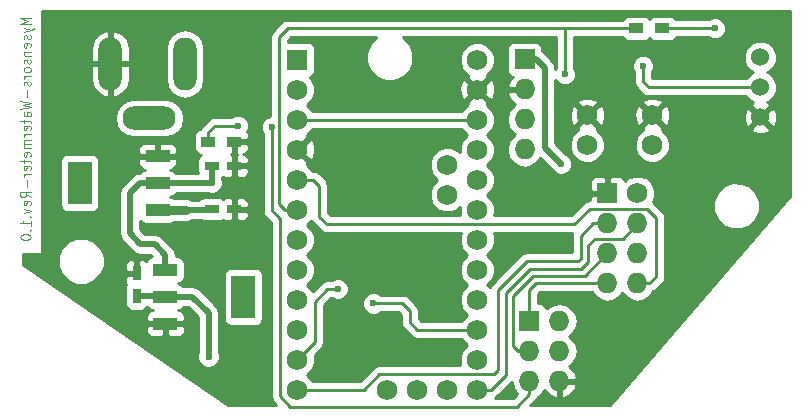
<source format=gbl>
G04 #@! TF.FileFunction,Copper,L2,Bot,Signal*
%FSLAX46Y46*%
G04 Gerber Fmt 4.6, Leading zero omitted, Abs format (unit mm)*
G04 Created by KiCad (PCBNEW 4.0.2-stable) date 19-2-2017 13:23:34*
%MOMM*%
G01*
G04 APERTURE LIST*
%ADD10C,0.100000*%
%ADD11C,0.125000*%
%ADD12C,1.727200*%
%ADD13R,1.727200X1.727200*%
%ADD14O,1.727200X1.727200*%
%ADD15R,1.200000X0.750000*%
%ADD16R,0.750000X1.200000*%
%ADD17R,1.200000X0.900000*%
%ADD18R,2.032000X3.657600*%
%ADD19R,2.032000X1.016000*%
%ADD20C,1.524000*%
%ADD21O,2.000000X4.500000*%
%ADD22O,4.500000X2.000000*%
%ADD23C,0.600000*%
%ADD24C,0.250000*%
%ADD25C,0.750000*%
%ADD26C,0.500000*%
%ADD27C,0.254000*%
G04 APERTURE END LIST*
D10*
D11*
X1327143Y33521429D02*
X427143Y33521429D01*
X1070000Y33254762D01*
X427143Y32988095D01*
X1327143Y32988095D01*
X727143Y32683333D02*
X1327143Y32492857D01*
X727143Y32302381D02*
X1327143Y32492857D01*
X1541429Y32569048D01*
X1584286Y32607143D01*
X1627143Y32683333D01*
X1284286Y32035714D02*
X1327143Y31959524D01*
X1327143Y31807143D01*
X1284286Y31730952D01*
X1198571Y31692857D01*
X1155714Y31692857D01*
X1070000Y31730952D01*
X1027143Y31807143D01*
X1027143Y31921428D01*
X984286Y31997619D01*
X898571Y32035714D01*
X855714Y32035714D01*
X770000Y31997619D01*
X727143Y31921428D01*
X727143Y31807143D01*
X770000Y31730952D01*
X1284286Y31045238D02*
X1327143Y31121428D01*
X1327143Y31273809D01*
X1284286Y31350000D01*
X1198571Y31388095D01*
X855714Y31388095D01*
X770000Y31350000D01*
X727143Y31273809D01*
X727143Y31121428D01*
X770000Y31045238D01*
X855714Y31007143D01*
X941429Y31007143D01*
X1027143Y31388095D01*
X727143Y30664286D02*
X1327143Y30664286D01*
X812857Y30664286D02*
X770000Y30626191D01*
X727143Y30550000D01*
X727143Y30435714D01*
X770000Y30359524D01*
X855714Y30321429D01*
X1327143Y30321429D01*
X1284286Y29978571D02*
X1327143Y29902381D01*
X1327143Y29750000D01*
X1284286Y29673809D01*
X1198571Y29635714D01*
X1155714Y29635714D01*
X1070000Y29673809D01*
X1027143Y29750000D01*
X1027143Y29864285D01*
X984286Y29940476D01*
X898571Y29978571D01*
X855714Y29978571D01*
X770000Y29940476D01*
X727143Y29864285D01*
X727143Y29750000D01*
X770000Y29673809D01*
X1327143Y29178571D02*
X1284286Y29254762D01*
X1241429Y29292857D01*
X1155714Y29330952D01*
X898571Y29330952D01*
X812857Y29292857D01*
X770000Y29254762D01*
X727143Y29178571D01*
X727143Y29064285D01*
X770000Y28988095D01*
X812857Y28950000D01*
X898571Y28911904D01*
X1155714Y28911904D01*
X1241429Y28950000D01*
X1284286Y28988095D01*
X1327143Y29064285D01*
X1327143Y29178571D01*
X1327143Y28569047D02*
X727143Y28569047D01*
X898571Y28569047D02*
X812857Y28530952D01*
X770000Y28492856D01*
X727143Y28416666D01*
X727143Y28340475D01*
X1284286Y28111904D02*
X1327143Y28035714D01*
X1327143Y27883333D01*
X1284286Y27807142D01*
X1198571Y27769047D01*
X1155714Y27769047D01*
X1070000Y27807142D01*
X1027143Y27883333D01*
X1027143Y27997618D01*
X984286Y28073809D01*
X898571Y28111904D01*
X855714Y28111904D01*
X770000Y28073809D01*
X727143Y27997618D01*
X727143Y27883333D01*
X770000Y27807142D01*
X984286Y27426190D02*
X984286Y26816666D01*
X427143Y26511904D02*
X1327143Y26321428D01*
X684286Y26169047D01*
X1327143Y26016666D01*
X427143Y25826190D01*
X1327143Y25178571D02*
X855714Y25178571D01*
X770000Y25216666D01*
X727143Y25292856D01*
X727143Y25445237D01*
X770000Y25521428D01*
X1284286Y25178571D02*
X1327143Y25254761D01*
X1327143Y25445237D01*
X1284286Y25521428D01*
X1198571Y25559523D01*
X1112857Y25559523D01*
X1027143Y25521428D01*
X984286Y25445237D01*
X984286Y25254761D01*
X941429Y25178571D01*
X727143Y24911904D02*
X727143Y24607142D01*
X427143Y24797618D02*
X1198571Y24797618D01*
X1284286Y24759523D01*
X1327143Y24683332D01*
X1327143Y24607142D01*
X1284286Y24035713D02*
X1327143Y24111903D01*
X1327143Y24264284D01*
X1284286Y24340475D01*
X1198571Y24378570D01*
X855714Y24378570D01*
X770000Y24340475D01*
X727143Y24264284D01*
X727143Y24111903D01*
X770000Y24035713D01*
X855714Y23997618D01*
X941429Y23997618D01*
X1027143Y24378570D01*
X1327143Y23654761D02*
X727143Y23654761D01*
X898571Y23654761D02*
X812857Y23616666D01*
X770000Y23578570D01*
X727143Y23502380D01*
X727143Y23426189D01*
X1327143Y23159523D02*
X727143Y23159523D01*
X812857Y23159523D02*
X770000Y23121428D01*
X727143Y23045237D01*
X727143Y22930951D01*
X770000Y22854761D01*
X855714Y22816666D01*
X1327143Y22816666D01*
X855714Y22816666D02*
X770000Y22778570D01*
X727143Y22702380D01*
X727143Y22588094D01*
X770000Y22511904D01*
X855714Y22473809D01*
X1327143Y22473809D01*
X1284286Y21788094D02*
X1327143Y21864284D01*
X1327143Y22016665D01*
X1284286Y22092856D01*
X1198571Y22130951D01*
X855714Y22130951D01*
X770000Y22092856D01*
X727143Y22016665D01*
X727143Y21864284D01*
X770000Y21788094D01*
X855714Y21749999D01*
X941429Y21749999D01*
X1027143Y22130951D01*
X727143Y21521428D02*
X727143Y21216666D01*
X427143Y21407142D02*
X1198571Y21407142D01*
X1284286Y21369047D01*
X1327143Y21292856D01*
X1327143Y21216666D01*
X1284286Y20645237D02*
X1327143Y20721427D01*
X1327143Y20873808D01*
X1284286Y20949999D01*
X1198571Y20988094D01*
X855714Y20988094D01*
X770000Y20949999D01*
X727143Y20873808D01*
X727143Y20721427D01*
X770000Y20645237D01*
X855714Y20607142D01*
X941429Y20607142D01*
X1027143Y20988094D01*
X1327143Y20264285D02*
X727143Y20264285D01*
X898571Y20264285D02*
X812857Y20226190D01*
X770000Y20188094D01*
X727143Y20111904D01*
X727143Y20035713D01*
X984286Y19769047D02*
X984286Y19159523D01*
X1327143Y18321428D02*
X898571Y18588095D01*
X1327143Y18778571D02*
X427143Y18778571D01*
X427143Y18473809D01*
X470000Y18397618D01*
X512857Y18359523D01*
X598571Y18321428D01*
X727143Y18321428D01*
X812857Y18359523D01*
X855714Y18397618D01*
X898571Y18473809D01*
X898571Y18778571D01*
X1284286Y17673809D02*
X1327143Y17749999D01*
X1327143Y17902380D01*
X1284286Y17978571D01*
X1198571Y18016666D01*
X855714Y18016666D01*
X770000Y17978571D01*
X727143Y17902380D01*
X727143Y17749999D01*
X770000Y17673809D01*
X855714Y17635714D01*
X941429Y17635714D01*
X1027143Y18016666D01*
X727143Y17369047D02*
X1327143Y17178571D01*
X727143Y16988095D01*
X1241429Y16683333D02*
X1284286Y16645238D01*
X1327143Y16683333D01*
X1284286Y16721428D01*
X1241429Y16683333D01*
X1327143Y16683333D01*
X1327143Y15883333D02*
X1327143Y16340476D01*
X1327143Y16111905D02*
X427143Y16111905D01*
X555714Y16188095D01*
X641429Y16264286D01*
X684286Y16340476D01*
X1241429Y15540476D02*
X1284286Y15502381D01*
X1327143Y15540476D01*
X1284286Y15578571D01*
X1241429Y15540476D01*
X1327143Y15540476D01*
X427143Y15007143D02*
X427143Y14930952D01*
X470000Y14854762D01*
X512857Y14816667D01*
X598571Y14778571D01*
X770000Y14740476D01*
X984286Y14740476D01*
X1155714Y14778571D01*
X1241429Y14816667D01*
X1284286Y14854762D01*
X1327143Y14930952D01*
X1327143Y15007143D01*
X1284286Y15083333D01*
X1241429Y15121429D01*
X1155714Y15159524D01*
X984286Y15197619D01*
X770000Y15197619D01*
X598571Y15159524D01*
X512857Y15121429D01*
X470000Y15083333D01*
X427143Y15007143D01*
D12*
X52701900Y18651600D03*
D13*
X50161900Y18651600D03*
D14*
X52701900Y16111600D03*
X50161900Y16111600D03*
X52701900Y13571600D03*
X50161900Y13571600D03*
X52701900Y11031600D03*
X50161900Y11031600D03*
D15*
X16664360Y17307840D03*
X18564360Y17307840D03*
X16664360Y20997840D03*
X18564360Y20997840D03*
D16*
X10296600Y9980000D03*
X10296600Y11880000D03*
D13*
X43557900Y7843900D03*
D14*
X46097900Y7843900D03*
X43557900Y5303900D03*
X46097900Y5303900D03*
X43557900Y2763900D03*
X46097900Y2763900D03*
D17*
X16364360Y23047840D03*
X18564360Y23047840D03*
X54792500Y32621600D03*
X52592500Y32621600D03*
D18*
X5472360Y19537840D03*
D19*
X12076360Y19537840D03*
X12076360Y17251840D03*
X12076360Y21823840D03*
D18*
X19326300Y9901300D03*
D19*
X12722300Y9901300D03*
X12722300Y12187300D03*
X12722300Y7615300D03*
D20*
X63103200Y27643200D03*
X63103200Y25103200D03*
X63103200Y30183200D03*
D12*
X53960100Y22728300D03*
X53960100Y25268300D03*
X48460100Y22728300D03*
X48460100Y25268300D03*
D13*
X43148960Y30000320D03*
D14*
X43148960Y27460320D03*
X43148960Y24920320D03*
X43148960Y22380320D03*
D12*
X39138300Y2040000D03*
X39138300Y4580000D03*
X39138300Y7120000D03*
X39138300Y9660000D03*
X39138300Y12200000D03*
X39138300Y14740000D03*
X39138300Y17280000D03*
X39138300Y19820000D03*
X39138300Y22360000D03*
X39138300Y24900000D03*
X39138300Y27440000D03*
X39138300Y29980000D03*
X36598300Y2040000D03*
X34058300Y2040000D03*
X31518300Y2040000D03*
D13*
X23898300Y29980000D03*
D12*
X23898300Y27440000D03*
X23898300Y24900000D03*
X23898300Y22360000D03*
X23898300Y19820000D03*
X23898300Y17280000D03*
X23898300Y14740000D03*
X23898300Y12200000D03*
X23898300Y9660000D03*
X23898300Y7120000D03*
X23898300Y4580000D03*
X23898300Y2040000D03*
X36598300Y21090000D03*
X36598300Y18550000D03*
D21*
X14380000Y29630000D03*
X8080000Y29630000D03*
D22*
X11380000Y25030000D03*
D23*
X4420000Y24680000D03*
X4440000Y32440000D03*
X8140140Y15796640D03*
X7916620Y9174860D03*
X56960000Y29040000D03*
X3320000Y15810000D03*
X63789000Y33028000D03*
X60868000Y22842600D03*
X27844360Y18387840D03*
X30040000Y22900000D03*
X64690700Y18867500D03*
X58720000Y13250000D03*
X50650000Y29480000D03*
X47832720Y18687160D03*
X27204360Y4657840D03*
X34439300Y14714600D03*
X34574360Y21977840D03*
X34574360Y18557840D03*
X41249040Y31526860D03*
X27164740Y27945460D03*
X36052200Y31526860D03*
X21160000Y4470000D03*
X47494900Y9863200D03*
X44690000Y9860000D03*
X51139800Y7805800D03*
X41550000Y1700000D03*
X46783700Y14371700D03*
X21734220Y24287860D03*
X30344360Y9337840D03*
X46567800Y28737940D03*
X27352700Y10574400D03*
X14484360Y17251840D03*
X18889420Y24402160D03*
X59255100Y32634300D03*
X53170000Y29460000D03*
X46245220Y21161120D03*
X16382440Y4844160D03*
X16644360Y19537840D03*
D24*
X3320000Y15810000D02*
X3765680Y16530000D01*
X3765680Y16530000D02*
X3797840Y16497840D01*
X4420000Y32420000D02*
X4420000Y24680000D01*
X4440000Y32440000D02*
X4420000Y32420000D01*
X3797840Y16497840D02*
X4044360Y16497840D01*
X8140140Y15802060D02*
X7444360Y16497840D01*
X7444360Y16497840D02*
X4704360Y16497840D01*
X8810700Y15126080D02*
X8140140Y15796640D01*
X8810700Y10068940D02*
X8810700Y15126080D01*
X7916620Y9174860D02*
X8810700Y10068940D01*
X8140140Y15796640D02*
X8140140Y15802060D01*
X4704360Y16497840D02*
X4044360Y16497840D01*
X3320000Y15810000D02*
X3311100Y15801100D01*
X63103200Y25103200D02*
X63103200Y25179400D01*
X63103200Y25179400D02*
X64970100Y27046300D01*
X64970100Y27046300D02*
X64970100Y31846900D01*
X64970100Y31846900D02*
X63789000Y33028000D01*
X60868000Y22842600D02*
X60868000Y22868000D01*
X60868000Y22868000D02*
X63103200Y25103200D01*
X26750720Y22360000D02*
X26750720Y23220720D01*
X26750720Y19481480D02*
X27844360Y18387840D01*
X26750720Y22360000D02*
X26750720Y19481480D01*
X26750720Y23220720D02*
X26900000Y23370000D01*
X24920000Y23370000D02*
X26900000Y23370000D01*
X23910000Y22360000D02*
X24920000Y23370000D01*
X26900000Y23370000D02*
X29570000Y23370000D01*
X29570000Y23370000D02*
X30040000Y22900000D01*
X23898300Y22360000D02*
X23910000Y22360000D01*
X58720000Y13250000D02*
X58720000Y13290000D01*
X50161900Y18651600D02*
X47868280Y18651600D01*
X47868280Y18651600D02*
X47832720Y18687160D01*
X3311100Y15841100D02*
X3311100Y15801100D01*
X34574360Y18557840D02*
X34574360Y21977840D01*
X34147200Y27094560D02*
X28015640Y27094560D01*
X41228720Y31506540D02*
X41249040Y31526860D01*
X36052200Y31526860D02*
X36057280Y29004640D01*
X34147200Y27094560D02*
X36057280Y29004640D01*
X36052200Y31526860D02*
X41228720Y31506540D01*
X28015640Y27094560D02*
X27164740Y27945460D01*
X21160000Y4470000D02*
X21160000Y4482700D01*
X47494900Y9863200D02*
X44690000Y9860000D01*
X46783700Y14371700D02*
X46783700Y14397100D01*
X21726600Y23426800D02*
X21726600Y24280240D01*
X43557900Y1697100D02*
X42473320Y612520D01*
X42473320Y612520D02*
X23296320Y612520D01*
X23296320Y612520D02*
X22442880Y1465960D01*
X22442880Y1465960D02*
X22442880Y16523080D01*
X22442880Y16523080D02*
X21726600Y17239360D01*
X21726600Y17239360D02*
X21726600Y23426800D01*
X43557900Y2763900D02*
X43557900Y1697100D01*
X21726600Y24280240D02*
X21734220Y24287860D01*
X23898300Y24900000D02*
X39138300Y24900000D01*
X30344360Y9337840D02*
X32780260Y9337840D01*
X33410600Y7767700D02*
X33410600Y8707500D01*
X34058300Y7120000D02*
X33410600Y7767700D01*
X34058300Y7120000D02*
X39138300Y7120000D01*
X32780260Y9337840D02*
X33410600Y8707500D01*
X50161900Y11031600D02*
X44116700Y11031600D01*
X43557900Y10472800D02*
X43557900Y7843900D01*
X44116700Y11031600D02*
X43557900Y10472800D01*
X50161900Y13571600D02*
X50148120Y13571600D01*
X50148120Y13571600D02*
X48224360Y11647840D01*
X43854360Y11647840D02*
X42148200Y9941680D01*
X48224360Y11647840D02*
X43854360Y11647840D01*
X42148200Y9937840D02*
X42148200Y5761100D01*
X42605400Y5303900D02*
X43557900Y5303900D01*
X42148200Y5761100D02*
X42605400Y5303900D01*
X50161900Y13571600D02*
X50136500Y13571600D01*
X50161900Y13571600D02*
X50156398Y13571600D01*
X43088000Y5303900D02*
X43557900Y5303900D01*
X43557900Y5303900D02*
X43634100Y5303900D01*
X46567800Y28737940D02*
X46567800Y32621600D01*
X51419200Y32621600D02*
X46567800Y32621600D01*
X46567800Y32621600D02*
X45747380Y32621600D01*
X45747380Y32621600D02*
X23093120Y32621600D01*
X22374300Y31902780D02*
X22374300Y25636600D01*
X23093120Y32621600D02*
X22374300Y31902780D01*
X52592500Y32621600D02*
X51419200Y32621600D01*
X52460600Y32489700D02*
X52592500Y32621600D01*
X22856900Y17280000D02*
X23898300Y17280000D01*
X22374300Y17762600D02*
X22856900Y17280000D01*
X22374300Y25636600D02*
X22374300Y17762600D01*
X52562200Y32591300D02*
X52592500Y32621600D01*
X52638400Y32575700D02*
X52592500Y32621600D01*
X27352700Y10574400D02*
X26450920Y10574400D01*
X25364360Y6046060D02*
X23898300Y4580000D01*
X25364360Y9487840D02*
X25364360Y6046060D01*
X26450920Y10574400D02*
X25364360Y9487840D01*
X27352700Y10574400D02*
X27441600Y10574400D01*
X41551300Y10224780D02*
X41551300Y3297300D01*
X40306700Y2052700D02*
X41551300Y3297300D01*
X39151000Y2052700D02*
X40306700Y2052700D01*
X48534360Y12847840D02*
X47954360Y12267840D01*
X47954360Y12267840D02*
X43594360Y12267840D01*
X43594360Y12267840D02*
X41551300Y10224780D01*
X51504360Y14837840D02*
X52701900Y16035380D01*
X51504360Y14837840D02*
X49114360Y14837840D01*
X49114360Y14837840D02*
X48534360Y14257840D01*
X48534360Y14257840D02*
X48534360Y12847840D01*
X52701900Y16111600D02*
X52701900Y16035380D01*
X39151000Y2052700D02*
X39138300Y2040000D01*
X54289400Y16581500D02*
X54289400Y11615800D01*
X53521050Y17349850D02*
X53514700Y17356200D01*
X54289400Y16581500D02*
X53514700Y17356200D01*
X52701900Y11031600D02*
X53705200Y11031600D01*
X54289400Y11615800D02*
X53705200Y11031600D01*
X53521050Y17349850D02*
X48682350Y17349850D01*
X25752500Y16695800D02*
X25752500Y19299300D01*
X26412900Y16035400D02*
X25752500Y16695800D01*
X47367900Y16035400D02*
X26412900Y16035400D01*
X48682350Y17349850D02*
X47367900Y16035400D01*
X25231800Y19820000D02*
X23898300Y19820000D01*
X25752500Y19299300D02*
X25231800Y19820000D01*
X48688700Y17356200D02*
X48682350Y17349850D01*
X40913760Y10483760D02*
X40913760Y3737240D01*
X43327840Y12897840D02*
X40913760Y10483760D01*
X48968100Y16111600D02*
X47901300Y15044800D01*
X50161900Y16111600D02*
X48980800Y16111600D01*
X48980800Y16111600D02*
X48968100Y16111600D01*
X47901300Y13104780D02*
X47694360Y12897840D01*
X47901300Y15044800D02*
X47901300Y13104780D01*
X30834360Y3337840D02*
X30814360Y3337840D01*
X29516520Y2040000D02*
X25084360Y2040000D01*
X30814360Y3337840D02*
X29516520Y2040000D01*
X40514360Y3337840D02*
X30834360Y3337840D01*
X40913760Y3737240D02*
X40514360Y3337840D01*
X25084360Y2040000D02*
X23898300Y2040000D01*
X47694360Y12897840D02*
X43327840Y12897840D01*
D25*
X12076360Y17251840D02*
X14484360Y17251840D01*
D26*
X14484360Y17251840D02*
X16608360Y17251840D01*
X16608360Y17251840D02*
X16664360Y17307840D01*
D24*
X18889420Y24402160D02*
X16938680Y24402160D01*
X16364360Y23827840D02*
X16364360Y23047840D01*
X16938680Y24402160D02*
X16364360Y23827840D01*
X54873600Y32629400D02*
X59250200Y32629400D01*
X59250200Y32629400D02*
X59255100Y32634300D01*
X63103200Y27643200D02*
X53636800Y27643200D01*
X53180000Y29450000D02*
X53180000Y28100000D01*
X53170000Y29460000D02*
X53180000Y29450000D01*
X53636800Y27643200D02*
X53180000Y28100000D01*
D26*
X43148960Y30000320D02*
X44124320Y30000320D01*
X44876160Y29248480D02*
X44124320Y30000320D01*
X44876160Y22530180D02*
X44876160Y29248480D01*
X44876160Y22530180D02*
X46245220Y21161120D01*
X12722300Y9901300D02*
X15021000Y9901300D01*
X15021000Y9901300D02*
X16392600Y8529700D01*
X16392600Y8529700D02*
X16392600Y4788280D01*
X10296600Y9980000D02*
X12643600Y9980000D01*
X12643600Y9980000D02*
X12722300Y9901300D01*
X12722300Y12187300D02*
X12722300Y13449900D01*
X12722300Y13449900D02*
X11824360Y14347840D01*
X10544360Y19537840D02*
X12076360Y19537840D01*
X10624360Y14347840D02*
X9704360Y15267840D01*
X9704360Y15267840D02*
X9704360Y18697840D01*
X9704360Y18697840D02*
X10544360Y19537840D01*
X10624360Y14347840D02*
X11824360Y14347840D01*
X12076360Y19537840D02*
X16644360Y19537840D01*
X16664360Y19557840D02*
X16664360Y20997840D01*
D27*
G36*
X65626900Y18400695D02*
X50407412Y703400D01*
X43639002Y703400D01*
X44095301Y1159699D01*
X44260048Y1406261D01*
X44269101Y1451773D01*
X44646929Y1704230D01*
X44827892Y1975061D01*
X45209410Y1557079D01*
X45738873Y1308932D01*
X45970900Y1429431D01*
X45970900Y2636900D01*
X46224900Y2636900D01*
X46224900Y1429431D01*
X46456927Y1308932D01*
X46986390Y1557079D01*
X47380588Y1988953D01*
X47552858Y2404874D01*
X47431717Y2636900D01*
X46224900Y2636900D01*
X45970900Y2636900D01*
X45950900Y2636900D01*
X45950900Y2890900D01*
X45970900Y2890900D01*
X45970900Y2910900D01*
X46224900Y2910900D01*
X46224900Y2890900D01*
X47431717Y2890900D01*
X47552858Y3122926D01*
X47380588Y3538847D01*
X46986390Y3970721D01*
X46863672Y4028236D01*
X47186929Y4244230D01*
X47511785Y4730411D01*
X47625859Y5303900D01*
X47511785Y5877389D01*
X47186929Y6363570D01*
X46872148Y6573900D01*
X47186929Y6784230D01*
X47511785Y7270411D01*
X47625859Y7843900D01*
X47511785Y8417389D01*
X47186929Y8903570D01*
X46700748Y9228426D01*
X46127259Y9342500D01*
X46068541Y9342500D01*
X45495052Y9228426D01*
X45029458Y8917326D01*
X45024662Y8942817D01*
X44885590Y9158941D01*
X44673390Y9303931D01*
X44421500Y9354940D01*
X44317900Y9354940D01*
X44317900Y10157998D01*
X44431502Y10271600D01*
X48882380Y10271600D01*
X49102230Y9942571D01*
X49588411Y9617715D01*
X50161900Y9503641D01*
X50735389Y9617715D01*
X51221570Y9942571D01*
X51431900Y10257352D01*
X51642230Y9942571D01*
X52128411Y9617715D01*
X52701900Y9503641D01*
X53275389Y9617715D01*
X53761570Y9942571D01*
X54039463Y10358467D01*
X54242601Y10494199D01*
X54826801Y11078399D01*
X54991548Y11324961D01*
X55049400Y11615800D01*
X55049400Y16581500D01*
X55040538Y16626050D01*
X54991548Y16872340D01*
X54826801Y17118901D01*
X54741311Y17204391D01*
X59098557Y17204391D01*
X59400118Y16474557D01*
X59958020Y15915681D01*
X60687327Y15612846D01*
X61477009Y15612157D01*
X62206843Y15913718D01*
X62765719Y16471620D01*
X63068554Y17200927D01*
X63069243Y17990609D01*
X62767682Y18720443D01*
X62209780Y19279319D01*
X61480473Y19582154D01*
X60690791Y19582843D01*
X59960957Y19281282D01*
X59402081Y18723380D01*
X59099246Y17994073D01*
X59098557Y17204391D01*
X54741311Y17204391D01*
X54052101Y17893601D01*
X54018996Y17915721D01*
X54200239Y18352202D01*
X54200759Y18948382D01*
X53973092Y19499380D01*
X53551897Y19921310D01*
X53001298Y20149939D01*
X52405118Y20150459D01*
X51854120Y19922792D01*
X51634712Y19703766D01*
X51563827Y19874898D01*
X51385199Y20053527D01*
X51151810Y20150200D01*
X50447650Y20150200D01*
X50288900Y19991450D01*
X50288900Y18778600D01*
X50308900Y18778600D01*
X50308900Y18524600D01*
X50288900Y18524600D01*
X50288900Y18504600D01*
X50034900Y18504600D01*
X50034900Y18524600D01*
X48822050Y18524600D01*
X48663300Y18365850D01*
X48663300Y18111148D01*
X48397860Y18058348D01*
X48151299Y17893601D01*
X47053098Y16795400D01*
X40559736Y16795400D01*
X40636639Y16980602D01*
X40637159Y17576782D01*
X40409492Y18127780D01*
X39988297Y18549710D01*
X39987369Y18550095D01*
X40408010Y18970003D01*
X40636639Y19520602D01*
X40636744Y19641509D01*
X48663300Y19641509D01*
X48663300Y18937350D01*
X48822050Y18778600D01*
X50034900Y18778600D01*
X50034900Y19991450D01*
X49876150Y20150200D01*
X49171990Y20150200D01*
X48938601Y20053527D01*
X48759973Y19874898D01*
X48663300Y19641509D01*
X40636744Y19641509D01*
X40637159Y20116782D01*
X40409492Y20667780D01*
X39988297Y21089710D01*
X39987369Y21090095D01*
X40408010Y21510003D01*
X40636639Y22060602D01*
X40637159Y22656782D01*
X40409492Y23207780D01*
X39988297Y23629710D01*
X39987369Y23630095D01*
X40408010Y24050003D01*
X40636639Y24600602D01*
X40637159Y25196782D01*
X40409492Y25747780D01*
X39988297Y26169710D01*
X39947763Y26186541D01*
X40012500Y26386195D01*
X39138300Y27260395D01*
X38264100Y26386195D01*
X38328699Y26186967D01*
X38290520Y26171192D01*
X37868590Y25749997D01*
X37831220Y25660000D01*
X25205762Y25660000D01*
X25169492Y25747780D01*
X24748297Y26169710D01*
X24747369Y26170095D01*
X25168010Y26590003D01*
X25396639Y27140602D01*
X25397102Y27671970D01*
X37628052Y27671970D01*
X37654242Y27076365D01*
X37831784Y26647741D01*
X38084495Y26565800D01*
X38958695Y27440000D01*
X39317905Y27440000D01*
X40192105Y26565800D01*
X40444816Y26647741D01*
X40648548Y27208030D01*
X40622358Y27803635D01*
X40444816Y28232259D01*
X40192105Y28314200D01*
X39317905Y27440000D01*
X38958695Y27440000D01*
X38084495Y28314200D01*
X37831784Y28232259D01*
X37628052Y27671970D01*
X25397102Y27671970D01*
X25397159Y27736782D01*
X25169492Y28287780D01*
X24952775Y28504876D01*
X24997217Y28513238D01*
X25213341Y28652310D01*
X25358331Y28864510D01*
X25409340Y29116400D01*
X25409340Y30843600D01*
X25365062Y31078917D01*
X25225990Y31295041D01*
X25013790Y31440031D01*
X24761900Y31491040D01*
X23134300Y31491040D01*
X23134300Y31587978D01*
X23407922Y31861600D01*
X30593166Y31861600D01*
X30039681Y31309080D01*
X29736846Y30579773D01*
X29736157Y29790091D01*
X30037718Y29060257D01*
X30595620Y28501381D01*
X31324927Y28198546D01*
X32114609Y28197857D01*
X32844443Y28499418D01*
X33403319Y29057320D01*
X33663214Y29683218D01*
X37639441Y29683218D01*
X37867108Y29132220D01*
X38288303Y28710290D01*
X38328837Y28693459D01*
X38264100Y28493805D01*
X39138300Y27619605D01*
X40012500Y28493805D01*
X39947901Y28693033D01*
X39986080Y28708808D01*
X40408010Y29130003D01*
X40636639Y29680602D01*
X40637159Y30276782D01*
X40409492Y30827780D01*
X39988297Y31249710D01*
X39437698Y31478339D01*
X38841518Y31478859D01*
X38290520Y31251192D01*
X37868590Y30829997D01*
X37639961Y30279398D01*
X37639441Y29683218D01*
X33663214Y29683218D01*
X33706154Y29786627D01*
X33706843Y30576309D01*
X33405282Y31306143D01*
X32850793Y31861600D01*
X45807800Y31861600D01*
X45807800Y29300403D01*
X45775608Y29268267D01*
X45761160Y29233473D01*
X45761160Y29248480D01*
X45693793Y29587155D01*
X45501950Y29874270D01*
X45501947Y29874272D01*
X44750110Y30626110D01*
X44660000Y30686319D01*
X44660000Y30863920D01*
X44615722Y31099237D01*
X44476650Y31315361D01*
X44264450Y31460351D01*
X44012560Y31511360D01*
X42285360Y31511360D01*
X42050043Y31467082D01*
X41833919Y31328010D01*
X41688929Y31115810D01*
X41637920Y30863920D01*
X41637920Y29136720D01*
X41682198Y28901403D01*
X41821270Y28685279D01*
X42033470Y28540289D01*
X42130411Y28520658D01*
X41942139Y28348810D01*
X41693992Y27819347D01*
X41814491Y27587320D01*
X43021960Y27587320D01*
X43021960Y27607320D01*
X43275960Y27607320D01*
X43275960Y27587320D01*
X43295960Y27587320D01*
X43295960Y27333320D01*
X43275960Y27333320D01*
X43275960Y27313320D01*
X43021960Y27313320D01*
X43021960Y27333320D01*
X41814491Y27333320D01*
X41693992Y27101293D01*
X41942139Y26571830D01*
X42360121Y26190312D01*
X42089290Y26009349D01*
X41764434Y25523168D01*
X41650360Y24949679D01*
X41650360Y24890961D01*
X41764434Y24317472D01*
X42089290Y23831291D01*
X42360132Y23650320D01*
X42089290Y23469349D01*
X41764434Y22983168D01*
X41650360Y22409679D01*
X41650360Y22350961D01*
X41764434Y21777472D01*
X42089290Y21291291D01*
X42575471Y20966435D01*
X43148960Y20852361D01*
X43722449Y20966435D01*
X44208630Y21291291D01*
X44470922Y21683838D01*
X45402475Y20752286D01*
X45452103Y20632177D01*
X45714893Y20368928D01*
X46058421Y20226282D01*
X46430387Y20225958D01*
X46774163Y20368003D01*
X47037412Y20630793D01*
X47180058Y20974321D01*
X47180382Y21346287D01*
X47038337Y21690063D01*
X46775547Y21953312D01*
X46654233Y22003686D01*
X46226402Y22431518D01*
X46961241Y22431518D01*
X47188908Y21880520D01*
X47610103Y21458590D01*
X48160702Y21229961D01*
X48756882Y21229441D01*
X49307880Y21457108D01*
X49729810Y21878303D01*
X49958439Y22428902D01*
X49958441Y22431518D01*
X52461241Y22431518D01*
X52688908Y21880520D01*
X53110103Y21458590D01*
X53660702Y21229961D01*
X54256882Y21229441D01*
X54807880Y21457108D01*
X55229810Y21878303D01*
X55458439Y22428902D01*
X55458959Y23025082D01*
X55231292Y23576080D01*
X54810097Y23998010D01*
X54769563Y24014841D01*
X54804628Y24122987D01*
X62302592Y24122987D01*
X62372057Y23880803D01*
X62895502Y23694056D01*
X63450568Y23721838D01*
X63834343Y23880803D01*
X63903808Y24122987D01*
X63103200Y24923595D01*
X62302592Y24122987D01*
X54804628Y24122987D01*
X54834300Y24214495D01*
X53960100Y25088695D01*
X53085900Y24214495D01*
X53150499Y24015267D01*
X53112320Y23999492D01*
X52690390Y23578297D01*
X52461761Y23027698D01*
X52461241Y22431518D01*
X49958441Y22431518D01*
X49958959Y23025082D01*
X49731292Y23576080D01*
X49310097Y23998010D01*
X49269563Y24014841D01*
X49334300Y24214495D01*
X48460100Y25088695D01*
X47585900Y24214495D01*
X47650499Y24015267D01*
X47612320Y23999492D01*
X47190390Y23578297D01*
X46961761Y23027698D01*
X46961241Y22431518D01*
X46226402Y22431518D01*
X45761160Y22896760D01*
X45761160Y25500270D01*
X46949852Y25500270D01*
X46976042Y24904665D01*
X47153584Y24476041D01*
X47406295Y24394100D01*
X48280495Y25268300D01*
X48639705Y25268300D01*
X49513905Y24394100D01*
X49766616Y24476041D01*
X49970348Y25036330D01*
X49949948Y25500270D01*
X52449852Y25500270D01*
X52476042Y24904665D01*
X52653584Y24476041D01*
X52906295Y24394100D01*
X53780495Y25268300D01*
X54139705Y25268300D01*
X55013905Y24394100D01*
X55266616Y24476041D01*
X55470348Y25036330D01*
X55458275Y25310898D01*
X61694056Y25310898D01*
X61721838Y24755832D01*
X61880803Y24372057D01*
X62122987Y24302592D01*
X62923595Y25103200D01*
X63282805Y25103200D01*
X64083413Y24302592D01*
X64325597Y24372057D01*
X64512344Y24895502D01*
X64484562Y25450568D01*
X64325597Y25834343D01*
X64083413Y25903808D01*
X63282805Y25103200D01*
X62923595Y25103200D01*
X62122987Y25903808D01*
X61880803Y25834343D01*
X61694056Y25310898D01*
X55458275Y25310898D01*
X55444158Y25631935D01*
X55266616Y26060559D01*
X55013905Y26142500D01*
X54139705Y25268300D01*
X53780495Y25268300D01*
X52906295Y26142500D01*
X52653584Y26060559D01*
X52449852Y25500270D01*
X49949948Y25500270D01*
X49944158Y25631935D01*
X49766616Y26060559D01*
X49513905Y26142500D01*
X48639705Y25268300D01*
X48280495Y25268300D01*
X47406295Y26142500D01*
X47153584Y26060559D01*
X46949852Y25500270D01*
X45761160Y25500270D01*
X45761160Y26322105D01*
X47585900Y26322105D01*
X48460100Y25447905D01*
X49334300Y26322105D01*
X53085900Y26322105D01*
X53960100Y25447905D01*
X54834300Y26322105D01*
X54752359Y26574816D01*
X54192070Y26778548D01*
X53596465Y26752358D01*
X53167841Y26574816D01*
X53085900Y26322105D01*
X49334300Y26322105D01*
X49252359Y26574816D01*
X48692070Y26778548D01*
X48096465Y26752358D01*
X47667841Y26574816D01*
X47585900Y26322105D01*
X45761160Y26322105D01*
X45761160Y28241725D01*
X45774683Y28208997D01*
X46037473Y27945748D01*
X46381001Y27803102D01*
X46752967Y27802778D01*
X47096743Y27944823D01*
X47359992Y28207613D01*
X47502638Y28551141D01*
X47502962Y28923107D01*
X47360917Y29266883D01*
X47352981Y29274833D01*
X52234838Y29274833D01*
X52376883Y28931057D01*
X52420000Y28887865D01*
X52420000Y28100000D01*
X52477852Y27809161D01*
X52642599Y27562599D01*
X53099399Y27105799D01*
X53345961Y26941052D01*
X53636800Y26883200D01*
X61905669Y26883200D01*
X61918190Y26852897D01*
X62310830Y26459571D01*
X62502927Y26379805D01*
X62372057Y26325597D01*
X62302592Y26083413D01*
X63103200Y25282805D01*
X63903808Y26083413D01*
X63834343Y26325597D01*
X63693882Y26375709D01*
X63893503Y26458190D01*
X64286829Y26850830D01*
X64499957Y27364100D01*
X64500442Y27919861D01*
X64288210Y28433503D01*
X63895570Y28826829D01*
X63687688Y28913149D01*
X63893503Y28998190D01*
X64286829Y29390830D01*
X64499957Y29904100D01*
X64500442Y30459861D01*
X64288210Y30973503D01*
X63895570Y31366829D01*
X63382300Y31579957D01*
X62826539Y31580442D01*
X62312897Y31368210D01*
X61919571Y30975570D01*
X61706443Y30462300D01*
X61705958Y29906539D01*
X61918190Y29392897D01*
X62310830Y28999571D01*
X62518712Y28913251D01*
X62312897Y28828210D01*
X61919571Y28435570D01*
X61906130Y28403200D01*
X53951602Y28403200D01*
X53940000Y28414802D01*
X53940000Y28907520D01*
X53962192Y28929673D01*
X54104838Y29273201D01*
X54105162Y29645167D01*
X53963117Y29988943D01*
X53700327Y30252192D01*
X53356799Y30394838D01*
X52984833Y30395162D01*
X52641057Y30253117D01*
X52377808Y29990327D01*
X52235162Y29646799D01*
X52234838Y29274833D01*
X47352981Y29274833D01*
X47327800Y29300058D01*
X47327800Y31861600D01*
X51437395Y31861600D01*
X51528410Y31720159D01*
X51740610Y31575169D01*
X51992500Y31524160D01*
X53192500Y31524160D01*
X53427817Y31568438D01*
X53643941Y31707510D01*
X53691634Y31777311D01*
X53728410Y31720159D01*
X53940610Y31575169D01*
X54192500Y31524160D01*
X55392500Y31524160D01*
X55627817Y31568438D01*
X55843941Y31707510D01*
X55954556Y31869400D01*
X58697529Y31869400D01*
X58724773Y31842108D01*
X59068301Y31699462D01*
X59440267Y31699138D01*
X59784043Y31841183D01*
X60047292Y32103973D01*
X60189938Y32447501D01*
X60190262Y32819467D01*
X60048217Y33163243D01*
X59785427Y33426492D01*
X59441899Y33569138D01*
X59069933Y33569462D01*
X58726157Y33427417D01*
X58688074Y33389400D01*
X55942586Y33389400D01*
X55856590Y33523041D01*
X55644390Y33668031D01*
X55392500Y33719040D01*
X54192500Y33719040D01*
X53957183Y33674762D01*
X53741059Y33535690D01*
X53693366Y33465889D01*
X53656590Y33523041D01*
X53444390Y33668031D01*
X53192500Y33719040D01*
X51992500Y33719040D01*
X51757183Y33674762D01*
X51541059Y33535690D01*
X51435774Y33381600D01*
X23093120Y33381600D01*
X22802281Y33323748D01*
X22555719Y33159001D01*
X21836899Y32440181D01*
X21672152Y32193619D01*
X21614300Y31902780D01*
X21614300Y25222965D01*
X21549053Y25223022D01*
X21205277Y25080977D01*
X20942028Y24818187D01*
X20799382Y24474659D01*
X20799058Y24102693D01*
X20941103Y23758917D01*
X20966600Y23733375D01*
X20966600Y17239360D01*
X21024452Y16948521D01*
X21189199Y16701959D01*
X21682880Y16208278D01*
X21682880Y1465960D01*
X21740732Y1175121D01*
X21905479Y928559D01*
X22130638Y703400D01*
X18064947Y703400D01*
X8400963Y7329550D01*
X11071300Y7329550D01*
X11071300Y6980991D01*
X11167973Y6747602D01*
X11346601Y6568973D01*
X11579990Y6472300D01*
X12436550Y6472300D01*
X12595300Y6631050D01*
X12595300Y7488300D01*
X12849300Y7488300D01*
X12849300Y6631050D01*
X13008050Y6472300D01*
X13864610Y6472300D01*
X14097999Y6568973D01*
X14276627Y6747602D01*
X14373300Y6980991D01*
X14373300Y7329550D01*
X14214550Y7488300D01*
X12849300Y7488300D01*
X12595300Y7488300D01*
X11230050Y7488300D01*
X11071300Y7329550D01*
X8400963Y7329550D01*
X815153Y12530791D01*
X3612257Y12530791D01*
X3913818Y11800957D01*
X4471720Y11242081D01*
X5201027Y10939246D01*
X5990709Y10938557D01*
X6720543Y11240118D01*
X7279419Y11798020D01*
X7582254Y12527327D01*
X7582322Y12606309D01*
X9286600Y12606309D01*
X9286600Y12165750D01*
X9445350Y12007000D01*
X10169600Y12007000D01*
X10169600Y12956250D01*
X10010850Y13115000D01*
X9795290Y13115000D01*
X9561901Y13018327D01*
X9383273Y12839698D01*
X9286600Y12606309D01*
X7582322Y12606309D01*
X7582943Y13317009D01*
X7281382Y14046843D01*
X6723480Y14605719D01*
X5994173Y14908554D01*
X5204491Y14909243D01*
X4474657Y14607682D01*
X3915781Y14049780D01*
X3612946Y13320473D01*
X3612257Y12530791D01*
X815153Y12530791D01*
X703100Y12607620D01*
X703100Y13509643D01*
X2247500Y13509643D01*
X2247500Y21366640D01*
X3808920Y21366640D01*
X3808920Y17709040D01*
X3853198Y17473723D01*
X3992270Y17257599D01*
X4204470Y17112609D01*
X4456360Y17061600D01*
X6488360Y17061600D01*
X6723677Y17105878D01*
X6939801Y17244950D01*
X7084791Y17457150D01*
X7135800Y17709040D01*
X7135800Y18697840D01*
X8819359Y18697840D01*
X8819360Y18697835D01*
X8819360Y15267845D01*
X8819359Y15267840D01*
X8868147Y15022571D01*
X8886727Y14929165D01*
X8976212Y14795241D01*
X9078570Y14642050D01*
X9998568Y13722053D01*
X9998570Y13722050D01*
X10285685Y13530207D01*
X10624360Y13462840D01*
X11457780Y13462840D01*
X11598218Y13322403D01*
X11470983Y13298462D01*
X11254859Y13159390D01*
X11109869Y12947190D01*
X11108617Y12941008D01*
X11031299Y13018327D01*
X10797910Y13115000D01*
X10582350Y13115000D01*
X10423600Y12956250D01*
X10423600Y12007000D01*
X10443600Y12007000D01*
X10443600Y11753000D01*
X10423600Y11753000D01*
X10423600Y11733000D01*
X10169600Y11733000D01*
X10169600Y11753000D01*
X9445350Y11753000D01*
X9286600Y11594250D01*
X9286600Y11153691D01*
X9383273Y10920302D01*
X9384643Y10918932D01*
X9325169Y10831890D01*
X9274160Y10580000D01*
X9274160Y9380000D01*
X9318438Y9144683D01*
X9457510Y8928559D01*
X9669710Y8783569D01*
X9921600Y8732560D01*
X10671600Y8732560D01*
X10906917Y8776838D01*
X11123041Y8915910D01*
X11193012Y9018315D01*
X11242210Y8941859D01*
X11454410Y8796869D01*
X11644869Y8758300D01*
X11579990Y8758300D01*
X11346601Y8661627D01*
X11167973Y8482998D01*
X11071300Y8249609D01*
X11071300Y7901050D01*
X11230050Y7742300D01*
X12595300Y7742300D01*
X12595300Y7762300D01*
X12849300Y7762300D01*
X12849300Y7742300D01*
X14214550Y7742300D01*
X14373300Y7901050D01*
X14373300Y8249609D01*
X14276627Y8482998D01*
X14097999Y8661627D01*
X13864610Y8758300D01*
X13804413Y8758300D01*
X13973617Y8790138D01*
X14189741Y8929210D01*
X14249247Y9016300D01*
X14654420Y9016300D01*
X15507600Y8163121D01*
X15507600Y5175450D01*
X15447602Y5030959D01*
X15447278Y4658993D01*
X15589323Y4315217D01*
X15852113Y4051968D01*
X16195641Y3909322D01*
X16362958Y3909176D01*
X16392600Y3903280D01*
X16421984Y3909125D01*
X16567607Y3908998D01*
X16703381Y3965098D01*
X16731275Y3970647D01*
X16754716Y3986310D01*
X16911383Y4051043D01*
X17174632Y4313833D01*
X17317278Y4657361D01*
X17317602Y5029327D01*
X17277600Y5126139D01*
X17277600Y8529700D01*
X17210233Y8868375D01*
X17018390Y9155490D01*
X17018387Y9155492D01*
X15646790Y10527090D01*
X15470324Y10645000D01*
X15359675Y10718933D01*
X15303484Y10730110D01*
X15021000Y10786301D01*
X15020995Y10786300D01*
X14250291Y10786300D01*
X14202390Y10860741D01*
X13990190Y11005731D01*
X13801986Y11043843D01*
X13973617Y11076138D01*
X14189741Y11215210D01*
X14334731Y11427410D01*
X14385740Y11679300D01*
X14385740Y11730100D01*
X17662860Y11730100D01*
X17662860Y8072500D01*
X17707138Y7837183D01*
X17846210Y7621059D01*
X18058410Y7476069D01*
X18310300Y7425060D01*
X20342300Y7425060D01*
X20577617Y7469338D01*
X20793741Y7608410D01*
X20938731Y7820610D01*
X20989740Y8072500D01*
X20989740Y11730100D01*
X20945462Y11965417D01*
X20806390Y12181541D01*
X20594190Y12326531D01*
X20342300Y12377540D01*
X18310300Y12377540D01*
X18074983Y12333262D01*
X17858859Y12194190D01*
X17713869Y11981990D01*
X17662860Y11730100D01*
X14385740Y11730100D01*
X14385740Y12695300D01*
X14341462Y12930617D01*
X14202390Y13146741D01*
X13990190Y13291731D01*
X13738300Y13342740D01*
X13607300Y13342740D01*
X13607300Y13449895D01*
X13607301Y13449900D01*
X13539933Y13788574D01*
X13539933Y13788575D01*
X13348090Y14075690D01*
X13348087Y14075692D01*
X12450150Y14973630D01*
X12432408Y14985485D01*
X12163035Y15165473D01*
X12106844Y15176650D01*
X11824360Y15232841D01*
X11824355Y15232840D01*
X10990939Y15232840D01*
X10589360Y15634420D01*
X10589360Y16303137D01*
X10596270Y16292399D01*
X10808470Y16147409D01*
X11060360Y16096400D01*
X13092360Y16096400D01*
X13327677Y16140678D01*
X13484887Y16241840D01*
X14484360Y16241840D01*
X14870870Y16318722D01*
X14942884Y16366840D01*
X15767933Y16366840D01*
X15812470Y16336409D01*
X16064360Y16285400D01*
X17264360Y16285400D01*
X17499677Y16329678D01*
X17603006Y16396169D01*
X17604662Y16394513D01*
X17838051Y16297840D01*
X18278610Y16297840D01*
X18437360Y16456590D01*
X18437360Y17180840D01*
X18691360Y17180840D01*
X18691360Y16456590D01*
X18850110Y16297840D01*
X19290669Y16297840D01*
X19524058Y16394513D01*
X19702687Y16573141D01*
X19799360Y16806530D01*
X19799360Y17022090D01*
X19640610Y17180840D01*
X18691360Y17180840D01*
X18437360Y17180840D01*
X18417360Y17180840D01*
X18417360Y17434840D01*
X18437360Y17434840D01*
X18437360Y18159090D01*
X18691360Y18159090D01*
X18691360Y17434840D01*
X19640610Y17434840D01*
X19799360Y17593590D01*
X19799360Y17809150D01*
X19702687Y18042539D01*
X19524058Y18221167D01*
X19290669Y18317840D01*
X18850110Y18317840D01*
X18691360Y18159090D01*
X18437360Y18159090D01*
X18278610Y18317840D01*
X17838051Y18317840D01*
X17604662Y18221167D01*
X17603292Y18219797D01*
X17516250Y18279271D01*
X17264360Y18330280D01*
X16064360Y18330280D01*
X15829043Y18286002D01*
X15612919Y18146930D01*
X15606025Y18136840D01*
X14942884Y18136840D01*
X14870870Y18184958D01*
X14484360Y18261840D01*
X13482454Y18261840D01*
X13344250Y18356271D01*
X13156046Y18394383D01*
X13327677Y18426678D01*
X13543801Y18565750D01*
X13603307Y18652840D01*
X16337538Y18652840D01*
X16457561Y18603002D01*
X16829527Y18602678D01*
X17173303Y18744723D01*
X17436552Y19007513D01*
X17579198Y19351041D01*
X17579522Y19723007D01*
X17549360Y19796005D01*
X17549360Y20051648D01*
X17603006Y20086169D01*
X17604662Y20084513D01*
X17838051Y19987840D01*
X18278610Y19987840D01*
X18437360Y20146590D01*
X18437360Y20870840D01*
X18691360Y20870840D01*
X18691360Y20146590D01*
X18850110Y19987840D01*
X19290669Y19987840D01*
X19524058Y20084513D01*
X19702687Y20263141D01*
X19799360Y20496530D01*
X19799360Y20712090D01*
X19640610Y20870840D01*
X18691360Y20870840D01*
X18437360Y20870840D01*
X18417360Y20870840D01*
X18417360Y21124840D01*
X18437360Y21124840D01*
X18437360Y21849090D01*
X18301110Y21985340D01*
X18437360Y22121590D01*
X18437360Y22920840D01*
X18691360Y22920840D01*
X18691360Y22121590D01*
X18827610Y21985340D01*
X18691360Y21849090D01*
X18691360Y21124840D01*
X19640610Y21124840D01*
X19799360Y21283590D01*
X19799360Y21499150D01*
X19702687Y21732539D01*
X19524058Y21911167D01*
X19344989Y21985340D01*
X19524058Y22059513D01*
X19702687Y22238141D01*
X19799360Y22471530D01*
X19799360Y22762090D01*
X19640610Y22920840D01*
X18691360Y22920840D01*
X18437360Y22920840D01*
X18417360Y22920840D01*
X18417360Y23174840D01*
X18437360Y23174840D01*
X18437360Y23194840D01*
X18691360Y23194840D01*
X18691360Y23174840D01*
X19640610Y23174840D01*
X19799360Y23333590D01*
X19799360Y23624150D01*
X19702687Y23857539D01*
X19683602Y23876624D01*
X19824258Y24215361D01*
X19824582Y24587327D01*
X19682537Y24931103D01*
X19419747Y25194352D01*
X19076219Y25336998D01*
X18704253Y25337322D01*
X18360477Y25195277D01*
X18327302Y25162160D01*
X16938680Y25162160D01*
X16647841Y25104308D01*
X16401279Y24939561D01*
X15826959Y24365241D01*
X15667853Y24127121D01*
X15529043Y24101002D01*
X15312919Y23961930D01*
X15167929Y23749730D01*
X15116920Y23497840D01*
X15116920Y22597840D01*
X15161198Y22362523D01*
X15300270Y22146399D01*
X15512470Y22001409D01*
X15764360Y21950400D01*
X15789256Y21950400D01*
X15612919Y21836930D01*
X15467929Y21624730D01*
X15416920Y21372840D01*
X15416920Y20622840D01*
X15454553Y20422840D01*
X13604351Y20422840D01*
X13556450Y20497281D01*
X13344250Y20642271D01*
X13153791Y20680840D01*
X13218670Y20680840D01*
X13452059Y20777513D01*
X13630687Y20956142D01*
X13727360Y21189531D01*
X13727360Y21538090D01*
X13568610Y21696840D01*
X12203360Y21696840D01*
X12203360Y21676840D01*
X11949360Y21676840D01*
X11949360Y21696840D01*
X10584110Y21696840D01*
X10425360Y21538090D01*
X10425360Y21189531D01*
X10522033Y20956142D01*
X10700661Y20777513D01*
X10934050Y20680840D01*
X10994247Y20680840D01*
X10825043Y20649002D01*
X10608919Y20509930D01*
X10549413Y20422840D01*
X10544360Y20422840D01*
X10205685Y20355473D01*
X9918570Y20163630D01*
X9918568Y20163627D01*
X9078570Y19323630D01*
X8886727Y19036515D01*
X8881147Y19008461D01*
X8819359Y18697840D01*
X7135800Y18697840D01*
X7135800Y21366640D01*
X7091522Y21601957D01*
X6952450Y21818081D01*
X6740250Y21963071D01*
X6488360Y22014080D01*
X4456360Y22014080D01*
X4221043Y21969802D01*
X4004919Y21830730D01*
X3859929Y21618530D01*
X3808920Y21366640D01*
X2247500Y21366640D01*
X2247500Y22458149D01*
X10425360Y22458149D01*
X10425360Y22109590D01*
X10584110Y21950840D01*
X11949360Y21950840D01*
X11949360Y22808090D01*
X12203360Y22808090D01*
X12203360Y21950840D01*
X13568610Y21950840D01*
X13727360Y22109590D01*
X13727360Y22458149D01*
X13630687Y22691538D01*
X13452059Y22870167D01*
X13218670Y22966840D01*
X12362110Y22966840D01*
X12203360Y22808090D01*
X11949360Y22808090D01*
X11790610Y22966840D01*
X10934050Y22966840D01*
X10700661Y22870167D01*
X10522033Y22691538D01*
X10425360Y22458149D01*
X2247500Y22458149D01*
X2247500Y25030000D01*
X8438480Y25030000D01*
X8562937Y24404313D01*
X8917360Y23873880D01*
X9447793Y23519457D01*
X10073480Y23395000D01*
X12686520Y23395000D01*
X13312207Y23519457D01*
X13842640Y23873880D01*
X14197063Y24404313D01*
X14321520Y25030000D01*
X14197063Y25655687D01*
X13842640Y26186120D01*
X13312207Y26540543D01*
X12686520Y26665000D01*
X10073480Y26665000D01*
X9447793Y26540543D01*
X8917360Y26186120D01*
X8562937Y25655687D01*
X8438480Y25030000D01*
X2247500Y25030000D01*
X2247500Y29503000D01*
X6445000Y29503000D01*
X6445000Y28253000D01*
X6618058Y27636980D01*
X7013683Y27134078D01*
X7571645Y26820856D01*
X7699566Y26789876D01*
X7953000Y26909223D01*
X7953000Y29503000D01*
X8207000Y29503000D01*
X8207000Y26909223D01*
X8460434Y26789876D01*
X8588355Y26820856D01*
X9146317Y27134078D01*
X9541942Y27636980D01*
X9715000Y28253000D01*
X9715000Y29503000D01*
X8207000Y29503000D01*
X7953000Y29503000D01*
X6445000Y29503000D01*
X2247500Y29503000D01*
X2247500Y31007000D01*
X6445000Y31007000D01*
X6445000Y29757000D01*
X7953000Y29757000D01*
X7953000Y32350777D01*
X8207000Y32350777D01*
X8207000Y29757000D01*
X9715000Y29757000D01*
X9715000Y30936520D01*
X12745000Y30936520D01*
X12745000Y28323480D01*
X12869457Y27697793D01*
X13223880Y27167360D01*
X13754313Y26812937D01*
X14380000Y26688480D01*
X15005687Y26812937D01*
X15536120Y27167360D01*
X15890543Y27697793D01*
X16015000Y28323480D01*
X16015000Y30936520D01*
X15890543Y31562207D01*
X15536120Y32092640D01*
X15005687Y32447063D01*
X14380000Y32571520D01*
X13754313Y32447063D01*
X13223880Y32092640D01*
X12869457Y31562207D01*
X12745000Y30936520D01*
X9715000Y30936520D01*
X9715000Y31007000D01*
X9541942Y31623020D01*
X9146317Y32125922D01*
X8588355Y32439144D01*
X8460434Y32470124D01*
X8207000Y32350777D01*
X7953000Y32350777D01*
X7699566Y32470124D01*
X7571645Y32439144D01*
X7013683Y32125922D01*
X6618058Y31623020D01*
X6445000Y31007000D01*
X2247500Y31007000D01*
X2247500Y34097900D01*
X65626900Y34097900D01*
X65626900Y18400695D01*
X65626900Y18400695D01*
G37*
X65626900Y18400695D02*
X50407412Y703400D01*
X43639002Y703400D01*
X44095301Y1159699D01*
X44260048Y1406261D01*
X44269101Y1451773D01*
X44646929Y1704230D01*
X44827892Y1975061D01*
X45209410Y1557079D01*
X45738873Y1308932D01*
X45970900Y1429431D01*
X45970900Y2636900D01*
X46224900Y2636900D01*
X46224900Y1429431D01*
X46456927Y1308932D01*
X46986390Y1557079D01*
X47380588Y1988953D01*
X47552858Y2404874D01*
X47431717Y2636900D01*
X46224900Y2636900D01*
X45970900Y2636900D01*
X45950900Y2636900D01*
X45950900Y2890900D01*
X45970900Y2890900D01*
X45970900Y2910900D01*
X46224900Y2910900D01*
X46224900Y2890900D01*
X47431717Y2890900D01*
X47552858Y3122926D01*
X47380588Y3538847D01*
X46986390Y3970721D01*
X46863672Y4028236D01*
X47186929Y4244230D01*
X47511785Y4730411D01*
X47625859Y5303900D01*
X47511785Y5877389D01*
X47186929Y6363570D01*
X46872148Y6573900D01*
X47186929Y6784230D01*
X47511785Y7270411D01*
X47625859Y7843900D01*
X47511785Y8417389D01*
X47186929Y8903570D01*
X46700748Y9228426D01*
X46127259Y9342500D01*
X46068541Y9342500D01*
X45495052Y9228426D01*
X45029458Y8917326D01*
X45024662Y8942817D01*
X44885590Y9158941D01*
X44673390Y9303931D01*
X44421500Y9354940D01*
X44317900Y9354940D01*
X44317900Y10157998D01*
X44431502Y10271600D01*
X48882380Y10271600D01*
X49102230Y9942571D01*
X49588411Y9617715D01*
X50161900Y9503641D01*
X50735389Y9617715D01*
X51221570Y9942571D01*
X51431900Y10257352D01*
X51642230Y9942571D01*
X52128411Y9617715D01*
X52701900Y9503641D01*
X53275389Y9617715D01*
X53761570Y9942571D01*
X54039463Y10358467D01*
X54242601Y10494199D01*
X54826801Y11078399D01*
X54991548Y11324961D01*
X55049400Y11615800D01*
X55049400Y16581500D01*
X55040538Y16626050D01*
X54991548Y16872340D01*
X54826801Y17118901D01*
X54741311Y17204391D01*
X59098557Y17204391D01*
X59400118Y16474557D01*
X59958020Y15915681D01*
X60687327Y15612846D01*
X61477009Y15612157D01*
X62206843Y15913718D01*
X62765719Y16471620D01*
X63068554Y17200927D01*
X63069243Y17990609D01*
X62767682Y18720443D01*
X62209780Y19279319D01*
X61480473Y19582154D01*
X60690791Y19582843D01*
X59960957Y19281282D01*
X59402081Y18723380D01*
X59099246Y17994073D01*
X59098557Y17204391D01*
X54741311Y17204391D01*
X54052101Y17893601D01*
X54018996Y17915721D01*
X54200239Y18352202D01*
X54200759Y18948382D01*
X53973092Y19499380D01*
X53551897Y19921310D01*
X53001298Y20149939D01*
X52405118Y20150459D01*
X51854120Y19922792D01*
X51634712Y19703766D01*
X51563827Y19874898D01*
X51385199Y20053527D01*
X51151810Y20150200D01*
X50447650Y20150200D01*
X50288900Y19991450D01*
X50288900Y18778600D01*
X50308900Y18778600D01*
X50308900Y18524600D01*
X50288900Y18524600D01*
X50288900Y18504600D01*
X50034900Y18504600D01*
X50034900Y18524600D01*
X48822050Y18524600D01*
X48663300Y18365850D01*
X48663300Y18111148D01*
X48397860Y18058348D01*
X48151299Y17893601D01*
X47053098Y16795400D01*
X40559736Y16795400D01*
X40636639Y16980602D01*
X40637159Y17576782D01*
X40409492Y18127780D01*
X39988297Y18549710D01*
X39987369Y18550095D01*
X40408010Y18970003D01*
X40636639Y19520602D01*
X40636744Y19641509D01*
X48663300Y19641509D01*
X48663300Y18937350D01*
X48822050Y18778600D01*
X50034900Y18778600D01*
X50034900Y19991450D01*
X49876150Y20150200D01*
X49171990Y20150200D01*
X48938601Y20053527D01*
X48759973Y19874898D01*
X48663300Y19641509D01*
X40636744Y19641509D01*
X40637159Y20116782D01*
X40409492Y20667780D01*
X39988297Y21089710D01*
X39987369Y21090095D01*
X40408010Y21510003D01*
X40636639Y22060602D01*
X40637159Y22656782D01*
X40409492Y23207780D01*
X39988297Y23629710D01*
X39987369Y23630095D01*
X40408010Y24050003D01*
X40636639Y24600602D01*
X40637159Y25196782D01*
X40409492Y25747780D01*
X39988297Y26169710D01*
X39947763Y26186541D01*
X40012500Y26386195D01*
X39138300Y27260395D01*
X38264100Y26386195D01*
X38328699Y26186967D01*
X38290520Y26171192D01*
X37868590Y25749997D01*
X37831220Y25660000D01*
X25205762Y25660000D01*
X25169492Y25747780D01*
X24748297Y26169710D01*
X24747369Y26170095D01*
X25168010Y26590003D01*
X25396639Y27140602D01*
X25397102Y27671970D01*
X37628052Y27671970D01*
X37654242Y27076365D01*
X37831784Y26647741D01*
X38084495Y26565800D01*
X38958695Y27440000D01*
X39317905Y27440000D01*
X40192105Y26565800D01*
X40444816Y26647741D01*
X40648548Y27208030D01*
X40622358Y27803635D01*
X40444816Y28232259D01*
X40192105Y28314200D01*
X39317905Y27440000D01*
X38958695Y27440000D01*
X38084495Y28314200D01*
X37831784Y28232259D01*
X37628052Y27671970D01*
X25397102Y27671970D01*
X25397159Y27736782D01*
X25169492Y28287780D01*
X24952775Y28504876D01*
X24997217Y28513238D01*
X25213341Y28652310D01*
X25358331Y28864510D01*
X25409340Y29116400D01*
X25409340Y30843600D01*
X25365062Y31078917D01*
X25225990Y31295041D01*
X25013790Y31440031D01*
X24761900Y31491040D01*
X23134300Y31491040D01*
X23134300Y31587978D01*
X23407922Y31861600D01*
X30593166Y31861600D01*
X30039681Y31309080D01*
X29736846Y30579773D01*
X29736157Y29790091D01*
X30037718Y29060257D01*
X30595620Y28501381D01*
X31324927Y28198546D01*
X32114609Y28197857D01*
X32844443Y28499418D01*
X33403319Y29057320D01*
X33663214Y29683218D01*
X37639441Y29683218D01*
X37867108Y29132220D01*
X38288303Y28710290D01*
X38328837Y28693459D01*
X38264100Y28493805D01*
X39138300Y27619605D01*
X40012500Y28493805D01*
X39947901Y28693033D01*
X39986080Y28708808D01*
X40408010Y29130003D01*
X40636639Y29680602D01*
X40637159Y30276782D01*
X40409492Y30827780D01*
X39988297Y31249710D01*
X39437698Y31478339D01*
X38841518Y31478859D01*
X38290520Y31251192D01*
X37868590Y30829997D01*
X37639961Y30279398D01*
X37639441Y29683218D01*
X33663214Y29683218D01*
X33706154Y29786627D01*
X33706843Y30576309D01*
X33405282Y31306143D01*
X32850793Y31861600D01*
X45807800Y31861600D01*
X45807800Y29300403D01*
X45775608Y29268267D01*
X45761160Y29233473D01*
X45761160Y29248480D01*
X45693793Y29587155D01*
X45501950Y29874270D01*
X45501947Y29874272D01*
X44750110Y30626110D01*
X44660000Y30686319D01*
X44660000Y30863920D01*
X44615722Y31099237D01*
X44476650Y31315361D01*
X44264450Y31460351D01*
X44012560Y31511360D01*
X42285360Y31511360D01*
X42050043Y31467082D01*
X41833919Y31328010D01*
X41688929Y31115810D01*
X41637920Y30863920D01*
X41637920Y29136720D01*
X41682198Y28901403D01*
X41821270Y28685279D01*
X42033470Y28540289D01*
X42130411Y28520658D01*
X41942139Y28348810D01*
X41693992Y27819347D01*
X41814491Y27587320D01*
X43021960Y27587320D01*
X43021960Y27607320D01*
X43275960Y27607320D01*
X43275960Y27587320D01*
X43295960Y27587320D01*
X43295960Y27333320D01*
X43275960Y27333320D01*
X43275960Y27313320D01*
X43021960Y27313320D01*
X43021960Y27333320D01*
X41814491Y27333320D01*
X41693992Y27101293D01*
X41942139Y26571830D01*
X42360121Y26190312D01*
X42089290Y26009349D01*
X41764434Y25523168D01*
X41650360Y24949679D01*
X41650360Y24890961D01*
X41764434Y24317472D01*
X42089290Y23831291D01*
X42360132Y23650320D01*
X42089290Y23469349D01*
X41764434Y22983168D01*
X41650360Y22409679D01*
X41650360Y22350961D01*
X41764434Y21777472D01*
X42089290Y21291291D01*
X42575471Y20966435D01*
X43148960Y20852361D01*
X43722449Y20966435D01*
X44208630Y21291291D01*
X44470922Y21683838D01*
X45402475Y20752286D01*
X45452103Y20632177D01*
X45714893Y20368928D01*
X46058421Y20226282D01*
X46430387Y20225958D01*
X46774163Y20368003D01*
X47037412Y20630793D01*
X47180058Y20974321D01*
X47180382Y21346287D01*
X47038337Y21690063D01*
X46775547Y21953312D01*
X46654233Y22003686D01*
X46226402Y22431518D01*
X46961241Y22431518D01*
X47188908Y21880520D01*
X47610103Y21458590D01*
X48160702Y21229961D01*
X48756882Y21229441D01*
X49307880Y21457108D01*
X49729810Y21878303D01*
X49958439Y22428902D01*
X49958441Y22431518D01*
X52461241Y22431518D01*
X52688908Y21880520D01*
X53110103Y21458590D01*
X53660702Y21229961D01*
X54256882Y21229441D01*
X54807880Y21457108D01*
X55229810Y21878303D01*
X55458439Y22428902D01*
X55458959Y23025082D01*
X55231292Y23576080D01*
X54810097Y23998010D01*
X54769563Y24014841D01*
X54804628Y24122987D01*
X62302592Y24122987D01*
X62372057Y23880803D01*
X62895502Y23694056D01*
X63450568Y23721838D01*
X63834343Y23880803D01*
X63903808Y24122987D01*
X63103200Y24923595D01*
X62302592Y24122987D01*
X54804628Y24122987D01*
X54834300Y24214495D01*
X53960100Y25088695D01*
X53085900Y24214495D01*
X53150499Y24015267D01*
X53112320Y23999492D01*
X52690390Y23578297D01*
X52461761Y23027698D01*
X52461241Y22431518D01*
X49958441Y22431518D01*
X49958959Y23025082D01*
X49731292Y23576080D01*
X49310097Y23998010D01*
X49269563Y24014841D01*
X49334300Y24214495D01*
X48460100Y25088695D01*
X47585900Y24214495D01*
X47650499Y24015267D01*
X47612320Y23999492D01*
X47190390Y23578297D01*
X46961761Y23027698D01*
X46961241Y22431518D01*
X46226402Y22431518D01*
X45761160Y22896760D01*
X45761160Y25500270D01*
X46949852Y25500270D01*
X46976042Y24904665D01*
X47153584Y24476041D01*
X47406295Y24394100D01*
X48280495Y25268300D01*
X48639705Y25268300D01*
X49513905Y24394100D01*
X49766616Y24476041D01*
X49970348Y25036330D01*
X49949948Y25500270D01*
X52449852Y25500270D01*
X52476042Y24904665D01*
X52653584Y24476041D01*
X52906295Y24394100D01*
X53780495Y25268300D01*
X54139705Y25268300D01*
X55013905Y24394100D01*
X55266616Y24476041D01*
X55470348Y25036330D01*
X55458275Y25310898D01*
X61694056Y25310898D01*
X61721838Y24755832D01*
X61880803Y24372057D01*
X62122987Y24302592D01*
X62923595Y25103200D01*
X63282805Y25103200D01*
X64083413Y24302592D01*
X64325597Y24372057D01*
X64512344Y24895502D01*
X64484562Y25450568D01*
X64325597Y25834343D01*
X64083413Y25903808D01*
X63282805Y25103200D01*
X62923595Y25103200D01*
X62122987Y25903808D01*
X61880803Y25834343D01*
X61694056Y25310898D01*
X55458275Y25310898D01*
X55444158Y25631935D01*
X55266616Y26060559D01*
X55013905Y26142500D01*
X54139705Y25268300D01*
X53780495Y25268300D01*
X52906295Y26142500D01*
X52653584Y26060559D01*
X52449852Y25500270D01*
X49949948Y25500270D01*
X49944158Y25631935D01*
X49766616Y26060559D01*
X49513905Y26142500D01*
X48639705Y25268300D01*
X48280495Y25268300D01*
X47406295Y26142500D01*
X47153584Y26060559D01*
X46949852Y25500270D01*
X45761160Y25500270D01*
X45761160Y26322105D01*
X47585900Y26322105D01*
X48460100Y25447905D01*
X49334300Y26322105D01*
X53085900Y26322105D01*
X53960100Y25447905D01*
X54834300Y26322105D01*
X54752359Y26574816D01*
X54192070Y26778548D01*
X53596465Y26752358D01*
X53167841Y26574816D01*
X53085900Y26322105D01*
X49334300Y26322105D01*
X49252359Y26574816D01*
X48692070Y26778548D01*
X48096465Y26752358D01*
X47667841Y26574816D01*
X47585900Y26322105D01*
X45761160Y26322105D01*
X45761160Y28241725D01*
X45774683Y28208997D01*
X46037473Y27945748D01*
X46381001Y27803102D01*
X46752967Y27802778D01*
X47096743Y27944823D01*
X47359992Y28207613D01*
X47502638Y28551141D01*
X47502962Y28923107D01*
X47360917Y29266883D01*
X47352981Y29274833D01*
X52234838Y29274833D01*
X52376883Y28931057D01*
X52420000Y28887865D01*
X52420000Y28100000D01*
X52477852Y27809161D01*
X52642599Y27562599D01*
X53099399Y27105799D01*
X53345961Y26941052D01*
X53636800Y26883200D01*
X61905669Y26883200D01*
X61918190Y26852897D01*
X62310830Y26459571D01*
X62502927Y26379805D01*
X62372057Y26325597D01*
X62302592Y26083413D01*
X63103200Y25282805D01*
X63903808Y26083413D01*
X63834343Y26325597D01*
X63693882Y26375709D01*
X63893503Y26458190D01*
X64286829Y26850830D01*
X64499957Y27364100D01*
X64500442Y27919861D01*
X64288210Y28433503D01*
X63895570Y28826829D01*
X63687688Y28913149D01*
X63893503Y28998190D01*
X64286829Y29390830D01*
X64499957Y29904100D01*
X64500442Y30459861D01*
X64288210Y30973503D01*
X63895570Y31366829D01*
X63382300Y31579957D01*
X62826539Y31580442D01*
X62312897Y31368210D01*
X61919571Y30975570D01*
X61706443Y30462300D01*
X61705958Y29906539D01*
X61918190Y29392897D01*
X62310830Y28999571D01*
X62518712Y28913251D01*
X62312897Y28828210D01*
X61919571Y28435570D01*
X61906130Y28403200D01*
X53951602Y28403200D01*
X53940000Y28414802D01*
X53940000Y28907520D01*
X53962192Y28929673D01*
X54104838Y29273201D01*
X54105162Y29645167D01*
X53963117Y29988943D01*
X53700327Y30252192D01*
X53356799Y30394838D01*
X52984833Y30395162D01*
X52641057Y30253117D01*
X52377808Y29990327D01*
X52235162Y29646799D01*
X52234838Y29274833D01*
X47352981Y29274833D01*
X47327800Y29300058D01*
X47327800Y31861600D01*
X51437395Y31861600D01*
X51528410Y31720159D01*
X51740610Y31575169D01*
X51992500Y31524160D01*
X53192500Y31524160D01*
X53427817Y31568438D01*
X53643941Y31707510D01*
X53691634Y31777311D01*
X53728410Y31720159D01*
X53940610Y31575169D01*
X54192500Y31524160D01*
X55392500Y31524160D01*
X55627817Y31568438D01*
X55843941Y31707510D01*
X55954556Y31869400D01*
X58697529Y31869400D01*
X58724773Y31842108D01*
X59068301Y31699462D01*
X59440267Y31699138D01*
X59784043Y31841183D01*
X60047292Y32103973D01*
X60189938Y32447501D01*
X60190262Y32819467D01*
X60048217Y33163243D01*
X59785427Y33426492D01*
X59441899Y33569138D01*
X59069933Y33569462D01*
X58726157Y33427417D01*
X58688074Y33389400D01*
X55942586Y33389400D01*
X55856590Y33523041D01*
X55644390Y33668031D01*
X55392500Y33719040D01*
X54192500Y33719040D01*
X53957183Y33674762D01*
X53741059Y33535690D01*
X53693366Y33465889D01*
X53656590Y33523041D01*
X53444390Y33668031D01*
X53192500Y33719040D01*
X51992500Y33719040D01*
X51757183Y33674762D01*
X51541059Y33535690D01*
X51435774Y33381600D01*
X23093120Y33381600D01*
X22802281Y33323748D01*
X22555719Y33159001D01*
X21836899Y32440181D01*
X21672152Y32193619D01*
X21614300Y31902780D01*
X21614300Y25222965D01*
X21549053Y25223022D01*
X21205277Y25080977D01*
X20942028Y24818187D01*
X20799382Y24474659D01*
X20799058Y24102693D01*
X20941103Y23758917D01*
X20966600Y23733375D01*
X20966600Y17239360D01*
X21024452Y16948521D01*
X21189199Y16701959D01*
X21682880Y16208278D01*
X21682880Y1465960D01*
X21740732Y1175121D01*
X21905479Y928559D01*
X22130638Y703400D01*
X18064947Y703400D01*
X8400963Y7329550D01*
X11071300Y7329550D01*
X11071300Y6980991D01*
X11167973Y6747602D01*
X11346601Y6568973D01*
X11579990Y6472300D01*
X12436550Y6472300D01*
X12595300Y6631050D01*
X12595300Y7488300D01*
X12849300Y7488300D01*
X12849300Y6631050D01*
X13008050Y6472300D01*
X13864610Y6472300D01*
X14097999Y6568973D01*
X14276627Y6747602D01*
X14373300Y6980991D01*
X14373300Y7329550D01*
X14214550Y7488300D01*
X12849300Y7488300D01*
X12595300Y7488300D01*
X11230050Y7488300D01*
X11071300Y7329550D01*
X8400963Y7329550D01*
X815153Y12530791D01*
X3612257Y12530791D01*
X3913818Y11800957D01*
X4471720Y11242081D01*
X5201027Y10939246D01*
X5990709Y10938557D01*
X6720543Y11240118D01*
X7279419Y11798020D01*
X7582254Y12527327D01*
X7582322Y12606309D01*
X9286600Y12606309D01*
X9286600Y12165750D01*
X9445350Y12007000D01*
X10169600Y12007000D01*
X10169600Y12956250D01*
X10010850Y13115000D01*
X9795290Y13115000D01*
X9561901Y13018327D01*
X9383273Y12839698D01*
X9286600Y12606309D01*
X7582322Y12606309D01*
X7582943Y13317009D01*
X7281382Y14046843D01*
X6723480Y14605719D01*
X5994173Y14908554D01*
X5204491Y14909243D01*
X4474657Y14607682D01*
X3915781Y14049780D01*
X3612946Y13320473D01*
X3612257Y12530791D01*
X815153Y12530791D01*
X703100Y12607620D01*
X703100Y13509643D01*
X2247500Y13509643D01*
X2247500Y21366640D01*
X3808920Y21366640D01*
X3808920Y17709040D01*
X3853198Y17473723D01*
X3992270Y17257599D01*
X4204470Y17112609D01*
X4456360Y17061600D01*
X6488360Y17061600D01*
X6723677Y17105878D01*
X6939801Y17244950D01*
X7084791Y17457150D01*
X7135800Y17709040D01*
X7135800Y18697840D01*
X8819359Y18697840D01*
X8819360Y18697835D01*
X8819360Y15267845D01*
X8819359Y15267840D01*
X8868147Y15022571D01*
X8886727Y14929165D01*
X8976212Y14795241D01*
X9078570Y14642050D01*
X9998568Y13722053D01*
X9998570Y13722050D01*
X10285685Y13530207D01*
X10624360Y13462840D01*
X11457780Y13462840D01*
X11598218Y13322403D01*
X11470983Y13298462D01*
X11254859Y13159390D01*
X11109869Y12947190D01*
X11108617Y12941008D01*
X11031299Y13018327D01*
X10797910Y13115000D01*
X10582350Y13115000D01*
X10423600Y12956250D01*
X10423600Y12007000D01*
X10443600Y12007000D01*
X10443600Y11753000D01*
X10423600Y11753000D01*
X10423600Y11733000D01*
X10169600Y11733000D01*
X10169600Y11753000D01*
X9445350Y11753000D01*
X9286600Y11594250D01*
X9286600Y11153691D01*
X9383273Y10920302D01*
X9384643Y10918932D01*
X9325169Y10831890D01*
X9274160Y10580000D01*
X9274160Y9380000D01*
X9318438Y9144683D01*
X9457510Y8928559D01*
X9669710Y8783569D01*
X9921600Y8732560D01*
X10671600Y8732560D01*
X10906917Y8776838D01*
X11123041Y8915910D01*
X11193012Y9018315D01*
X11242210Y8941859D01*
X11454410Y8796869D01*
X11644869Y8758300D01*
X11579990Y8758300D01*
X11346601Y8661627D01*
X11167973Y8482998D01*
X11071300Y8249609D01*
X11071300Y7901050D01*
X11230050Y7742300D01*
X12595300Y7742300D01*
X12595300Y7762300D01*
X12849300Y7762300D01*
X12849300Y7742300D01*
X14214550Y7742300D01*
X14373300Y7901050D01*
X14373300Y8249609D01*
X14276627Y8482998D01*
X14097999Y8661627D01*
X13864610Y8758300D01*
X13804413Y8758300D01*
X13973617Y8790138D01*
X14189741Y8929210D01*
X14249247Y9016300D01*
X14654420Y9016300D01*
X15507600Y8163121D01*
X15507600Y5175450D01*
X15447602Y5030959D01*
X15447278Y4658993D01*
X15589323Y4315217D01*
X15852113Y4051968D01*
X16195641Y3909322D01*
X16362958Y3909176D01*
X16392600Y3903280D01*
X16421984Y3909125D01*
X16567607Y3908998D01*
X16703381Y3965098D01*
X16731275Y3970647D01*
X16754716Y3986310D01*
X16911383Y4051043D01*
X17174632Y4313833D01*
X17317278Y4657361D01*
X17317602Y5029327D01*
X17277600Y5126139D01*
X17277600Y8529700D01*
X17210233Y8868375D01*
X17018390Y9155490D01*
X17018387Y9155492D01*
X15646790Y10527090D01*
X15470324Y10645000D01*
X15359675Y10718933D01*
X15303484Y10730110D01*
X15021000Y10786301D01*
X15020995Y10786300D01*
X14250291Y10786300D01*
X14202390Y10860741D01*
X13990190Y11005731D01*
X13801986Y11043843D01*
X13973617Y11076138D01*
X14189741Y11215210D01*
X14334731Y11427410D01*
X14385740Y11679300D01*
X14385740Y11730100D01*
X17662860Y11730100D01*
X17662860Y8072500D01*
X17707138Y7837183D01*
X17846210Y7621059D01*
X18058410Y7476069D01*
X18310300Y7425060D01*
X20342300Y7425060D01*
X20577617Y7469338D01*
X20793741Y7608410D01*
X20938731Y7820610D01*
X20989740Y8072500D01*
X20989740Y11730100D01*
X20945462Y11965417D01*
X20806390Y12181541D01*
X20594190Y12326531D01*
X20342300Y12377540D01*
X18310300Y12377540D01*
X18074983Y12333262D01*
X17858859Y12194190D01*
X17713869Y11981990D01*
X17662860Y11730100D01*
X14385740Y11730100D01*
X14385740Y12695300D01*
X14341462Y12930617D01*
X14202390Y13146741D01*
X13990190Y13291731D01*
X13738300Y13342740D01*
X13607300Y13342740D01*
X13607300Y13449895D01*
X13607301Y13449900D01*
X13539933Y13788574D01*
X13539933Y13788575D01*
X13348090Y14075690D01*
X13348087Y14075692D01*
X12450150Y14973630D01*
X12432408Y14985485D01*
X12163035Y15165473D01*
X12106844Y15176650D01*
X11824360Y15232841D01*
X11824355Y15232840D01*
X10990939Y15232840D01*
X10589360Y15634420D01*
X10589360Y16303137D01*
X10596270Y16292399D01*
X10808470Y16147409D01*
X11060360Y16096400D01*
X13092360Y16096400D01*
X13327677Y16140678D01*
X13484887Y16241840D01*
X14484360Y16241840D01*
X14870870Y16318722D01*
X14942884Y16366840D01*
X15767933Y16366840D01*
X15812470Y16336409D01*
X16064360Y16285400D01*
X17264360Y16285400D01*
X17499677Y16329678D01*
X17603006Y16396169D01*
X17604662Y16394513D01*
X17838051Y16297840D01*
X18278610Y16297840D01*
X18437360Y16456590D01*
X18437360Y17180840D01*
X18691360Y17180840D01*
X18691360Y16456590D01*
X18850110Y16297840D01*
X19290669Y16297840D01*
X19524058Y16394513D01*
X19702687Y16573141D01*
X19799360Y16806530D01*
X19799360Y17022090D01*
X19640610Y17180840D01*
X18691360Y17180840D01*
X18437360Y17180840D01*
X18417360Y17180840D01*
X18417360Y17434840D01*
X18437360Y17434840D01*
X18437360Y18159090D01*
X18691360Y18159090D01*
X18691360Y17434840D01*
X19640610Y17434840D01*
X19799360Y17593590D01*
X19799360Y17809150D01*
X19702687Y18042539D01*
X19524058Y18221167D01*
X19290669Y18317840D01*
X18850110Y18317840D01*
X18691360Y18159090D01*
X18437360Y18159090D01*
X18278610Y18317840D01*
X17838051Y18317840D01*
X17604662Y18221167D01*
X17603292Y18219797D01*
X17516250Y18279271D01*
X17264360Y18330280D01*
X16064360Y18330280D01*
X15829043Y18286002D01*
X15612919Y18146930D01*
X15606025Y18136840D01*
X14942884Y18136840D01*
X14870870Y18184958D01*
X14484360Y18261840D01*
X13482454Y18261840D01*
X13344250Y18356271D01*
X13156046Y18394383D01*
X13327677Y18426678D01*
X13543801Y18565750D01*
X13603307Y18652840D01*
X16337538Y18652840D01*
X16457561Y18603002D01*
X16829527Y18602678D01*
X17173303Y18744723D01*
X17436552Y19007513D01*
X17579198Y19351041D01*
X17579522Y19723007D01*
X17549360Y19796005D01*
X17549360Y20051648D01*
X17603006Y20086169D01*
X17604662Y20084513D01*
X17838051Y19987840D01*
X18278610Y19987840D01*
X18437360Y20146590D01*
X18437360Y20870840D01*
X18691360Y20870840D01*
X18691360Y20146590D01*
X18850110Y19987840D01*
X19290669Y19987840D01*
X19524058Y20084513D01*
X19702687Y20263141D01*
X19799360Y20496530D01*
X19799360Y20712090D01*
X19640610Y20870840D01*
X18691360Y20870840D01*
X18437360Y20870840D01*
X18417360Y20870840D01*
X18417360Y21124840D01*
X18437360Y21124840D01*
X18437360Y21849090D01*
X18301110Y21985340D01*
X18437360Y22121590D01*
X18437360Y22920840D01*
X18691360Y22920840D01*
X18691360Y22121590D01*
X18827610Y21985340D01*
X18691360Y21849090D01*
X18691360Y21124840D01*
X19640610Y21124840D01*
X19799360Y21283590D01*
X19799360Y21499150D01*
X19702687Y21732539D01*
X19524058Y21911167D01*
X19344989Y21985340D01*
X19524058Y22059513D01*
X19702687Y22238141D01*
X19799360Y22471530D01*
X19799360Y22762090D01*
X19640610Y22920840D01*
X18691360Y22920840D01*
X18437360Y22920840D01*
X18417360Y22920840D01*
X18417360Y23174840D01*
X18437360Y23174840D01*
X18437360Y23194840D01*
X18691360Y23194840D01*
X18691360Y23174840D01*
X19640610Y23174840D01*
X19799360Y23333590D01*
X19799360Y23624150D01*
X19702687Y23857539D01*
X19683602Y23876624D01*
X19824258Y24215361D01*
X19824582Y24587327D01*
X19682537Y24931103D01*
X19419747Y25194352D01*
X19076219Y25336998D01*
X18704253Y25337322D01*
X18360477Y25195277D01*
X18327302Y25162160D01*
X16938680Y25162160D01*
X16647841Y25104308D01*
X16401279Y24939561D01*
X15826959Y24365241D01*
X15667853Y24127121D01*
X15529043Y24101002D01*
X15312919Y23961930D01*
X15167929Y23749730D01*
X15116920Y23497840D01*
X15116920Y22597840D01*
X15161198Y22362523D01*
X15300270Y22146399D01*
X15512470Y22001409D01*
X15764360Y21950400D01*
X15789256Y21950400D01*
X15612919Y21836930D01*
X15467929Y21624730D01*
X15416920Y21372840D01*
X15416920Y20622840D01*
X15454553Y20422840D01*
X13604351Y20422840D01*
X13556450Y20497281D01*
X13344250Y20642271D01*
X13153791Y20680840D01*
X13218670Y20680840D01*
X13452059Y20777513D01*
X13630687Y20956142D01*
X13727360Y21189531D01*
X13727360Y21538090D01*
X13568610Y21696840D01*
X12203360Y21696840D01*
X12203360Y21676840D01*
X11949360Y21676840D01*
X11949360Y21696840D01*
X10584110Y21696840D01*
X10425360Y21538090D01*
X10425360Y21189531D01*
X10522033Y20956142D01*
X10700661Y20777513D01*
X10934050Y20680840D01*
X10994247Y20680840D01*
X10825043Y20649002D01*
X10608919Y20509930D01*
X10549413Y20422840D01*
X10544360Y20422840D01*
X10205685Y20355473D01*
X9918570Y20163630D01*
X9918568Y20163627D01*
X9078570Y19323630D01*
X8886727Y19036515D01*
X8881147Y19008461D01*
X8819359Y18697840D01*
X7135800Y18697840D01*
X7135800Y21366640D01*
X7091522Y21601957D01*
X6952450Y21818081D01*
X6740250Y21963071D01*
X6488360Y22014080D01*
X4456360Y22014080D01*
X4221043Y21969802D01*
X4004919Y21830730D01*
X3859929Y21618530D01*
X3808920Y21366640D01*
X2247500Y21366640D01*
X2247500Y22458149D01*
X10425360Y22458149D01*
X10425360Y22109590D01*
X10584110Y21950840D01*
X11949360Y21950840D01*
X11949360Y22808090D01*
X12203360Y22808090D01*
X12203360Y21950840D01*
X13568610Y21950840D01*
X13727360Y22109590D01*
X13727360Y22458149D01*
X13630687Y22691538D01*
X13452059Y22870167D01*
X13218670Y22966840D01*
X12362110Y22966840D01*
X12203360Y22808090D01*
X11949360Y22808090D01*
X11790610Y22966840D01*
X10934050Y22966840D01*
X10700661Y22870167D01*
X10522033Y22691538D01*
X10425360Y22458149D01*
X2247500Y22458149D01*
X2247500Y25030000D01*
X8438480Y25030000D01*
X8562937Y24404313D01*
X8917360Y23873880D01*
X9447793Y23519457D01*
X10073480Y23395000D01*
X12686520Y23395000D01*
X13312207Y23519457D01*
X13842640Y23873880D01*
X14197063Y24404313D01*
X14321520Y25030000D01*
X14197063Y25655687D01*
X13842640Y26186120D01*
X13312207Y26540543D01*
X12686520Y26665000D01*
X10073480Y26665000D01*
X9447793Y26540543D01*
X8917360Y26186120D01*
X8562937Y25655687D01*
X8438480Y25030000D01*
X2247500Y25030000D01*
X2247500Y29503000D01*
X6445000Y29503000D01*
X6445000Y28253000D01*
X6618058Y27636980D01*
X7013683Y27134078D01*
X7571645Y26820856D01*
X7699566Y26789876D01*
X7953000Y26909223D01*
X7953000Y29503000D01*
X8207000Y29503000D01*
X8207000Y26909223D01*
X8460434Y26789876D01*
X8588355Y26820856D01*
X9146317Y27134078D01*
X9541942Y27636980D01*
X9715000Y28253000D01*
X9715000Y29503000D01*
X8207000Y29503000D01*
X7953000Y29503000D01*
X6445000Y29503000D01*
X2247500Y29503000D01*
X2247500Y31007000D01*
X6445000Y31007000D01*
X6445000Y29757000D01*
X7953000Y29757000D01*
X7953000Y32350777D01*
X8207000Y32350777D01*
X8207000Y29757000D01*
X9715000Y29757000D01*
X9715000Y30936520D01*
X12745000Y30936520D01*
X12745000Y28323480D01*
X12869457Y27697793D01*
X13223880Y27167360D01*
X13754313Y26812937D01*
X14380000Y26688480D01*
X15005687Y26812937D01*
X15536120Y27167360D01*
X15890543Y27697793D01*
X16015000Y28323480D01*
X16015000Y30936520D01*
X15890543Y31562207D01*
X15536120Y32092640D01*
X15005687Y32447063D01*
X14380000Y32571520D01*
X13754313Y32447063D01*
X13223880Y32092640D01*
X12869457Y31562207D01*
X12745000Y30936520D01*
X9715000Y30936520D01*
X9715000Y31007000D01*
X9541942Y31623020D01*
X9146317Y32125922D01*
X8588355Y32439144D01*
X8460434Y32470124D01*
X8207000Y32350777D01*
X7953000Y32350777D01*
X7699566Y32470124D01*
X7571645Y32439144D01*
X7013683Y32125922D01*
X6618058Y31623020D01*
X6445000Y31007000D01*
X2247500Y31007000D01*
X2247500Y34097900D01*
X65626900Y34097900D01*
X65626900Y18400695D01*
G36*
X42144015Y2190411D02*
X42468871Y1704230D01*
X42481674Y1695676D01*
X42158518Y1372520D01*
X40630417Y1372520D01*
X40844101Y1515299D01*
X42040354Y2711552D01*
X42144015Y2190411D01*
X42144015Y2190411D01*
G37*
X42144015Y2190411D02*
X42468871Y1704230D01*
X42481674Y1695676D01*
X42158518Y1372520D01*
X40630417Y1372520D01*
X40844101Y1515299D01*
X42040354Y2711552D01*
X42144015Y2190411D01*
G36*
X31712048Y2054142D02*
X31697905Y2040000D01*
X31712048Y2025857D01*
X31532443Y1846252D01*
X31518300Y1860395D01*
X31504158Y1846252D01*
X31324553Y2025857D01*
X31338695Y2040000D01*
X31324553Y2054142D01*
X31504158Y2233747D01*
X31518300Y2219605D01*
X31532443Y2233747D01*
X31712048Y2054142D01*
X31712048Y2054142D01*
G37*
X31712048Y2054142D02*
X31697905Y2040000D01*
X31712048Y2025857D01*
X31532443Y1846252D01*
X31518300Y1860395D01*
X31504158Y1846252D01*
X31324553Y2025857D01*
X31338695Y2040000D01*
X31324553Y2054142D01*
X31504158Y2233747D01*
X31518300Y2219605D01*
X31532443Y2233747D01*
X31712048Y2054142D01*
G36*
X25215099Y16158399D02*
X25875499Y15497999D01*
X26122061Y15333252D01*
X26412900Y15275400D01*
X37737958Y15275400D01*
X37639961Y15039398D01*
X37639441Y14443218D01*
X37867108Y13892220D01*
X38288303Y13470290D01*
X38289231Y13469905D01*
X37868590Y13049997D01*
X37639961Y12499398D01*
X37639441Y11903218D01*
X37867108Y11352220D01*
X38288303Y10930290D01*
X38289231Y10929905D01*
X37868590Y10509997D01*
X37639961Y9959398D01*
X37639441Y9363218D01*
X37867108Y8812220D01*
X38288303Y8390290D01*
X38289231Y8389905D01*
X37868590Y7969997D01*
X37831220Y7880000D01*
X34373102Y7880000D01*
X34170600Y8082502D01*
X34170600Y8707500D01*
X34112748Y8998339D01*
X34112748Y8998340D01*
X33948001Y9244901D01*
X33317661Y9875241D01*
X33071099Y10039988D01*
X32780260Y10097840D01*
X30906823Y10097840D01*
X30874687Y10130032D01*
X30531159Y10272678D01*
X30159193Y10273002D01*
X29815417Y10130957D01*
X29552168Y9868167D01*
X29409522Y9524639D01*
X29409198Y9152673D01*
X29551243Y8808897D01*
X29814033Y8545648D01*
X30157561Y8403002D01*
X30529527Y8402678D01*
X30873303Y8544723D01*
X30906478Y8577840D01*
X32465458Y8577840D01*
X32650600Y8392698D01*
X32650600Y7767700D01*
X32708452Y7476861D01*
X32873199Y7230299D01*
X33520899Y6582599D01*
X33767461Y6417852D01*
X34058300Y6360000D01*
X37830838Y6360000D01*
X37867108Y6272220D01*
X38288303Y5850290D01*
X38289231Y5849905D01*
X37868590Y5429997D01*
X37639961Y4879398D01*
X37639441Y4283218D01*
X37716037Y4097840D01*
X30814360Y4097840D01*
X30523521Y4039988D01*
X30276959Y3875241D01*
X29201718Y2800000D01*
X25205762Y2800000D01*
X25169492Y2887780D01*
X24748297Y3309710D01*
X24747369Y3310095D01*
X25168010Y3730003D01*
X25396639Y4280602D01*
X25397159Y4876782D01*
X25359946Y4966844D01*
X25901761Y5508659D01*
X26066508Y5755221D01*
X26124360Y6046060D01*
X26124360Y9173038D01*
X26765722Y9814400D01*
X26790237Y9814400D01*
X26822373Y9782208D01*
X27165901Y9639562D01*
X27537867Y9639238D01*
X27881643Y9781283D01*
X28144892Y10044073D01*
X28287538Y10387601D01*
X28287862Y10759567D01*
X28145817Y11103343D01*
X27883027Y11366592D01*
X27539499Y11509238D01*
X27167533Y11509562D01*
X26823757Y11367517D01*
X26790582Y11334400D01*
X26450920Y11334400D01*
X26160081Y11276548D01*
X25913519Y11111801D01*
X25210427Y10408709D01*
X25169492Y10507780D01*
X24748297Y10929710D01*
X24747369Y10930095D01*
X25168010Y11350003D01*
X25396639Y11900602D01*
X25397159Y12496782D01*
X25169492Y13047780D01*
X24748297Y13469710D01*
X24747369Y13470095D01*
X25168010Y13890003D01*
X25396639Y14440602D01*
X25397159Y15036782D01*
X25169492Y15587780D01*
X24748297Y16009710D01*
X24747369Y16010095D01*
X25087392Y16349526D01*
X25215099Y16158399D01*
X25215099Y16158399D01*
G37*
X25215099Y16158399D02*
X25875499Y15497999D01*
X26122061Y15333252D01*
X26412900Y15275400D01*
X37737958Y15275400D01*
X37639961Y15039398D01*
X37639441Y14443218D01*
X37867108Y13892220D01*
X38288303Y13470290D01*
X38289231Y13469905D01*
X37868590Y13049997D01*
X37639961Y12499398D01*
X37639441Y11903218D01*
X37867108Y11352220D01*
X38288303Y10930290D01*
X38289231Y10929905D01*
X37868590Y10509997D01*
X37639961Y9959398D01*
X37639441Y9363218D01*
X37867108Y8812220D01*
X38288303Y8390290D01*
X38289231Y8389905D01*
X37868590Y7969997D01*
X37831220Y7880000D01*
X34373102Y7880000D01*
X34170600Y8082502D01*
X34170600Y8707500D01*
X34112748Y8998339D01*
X34112748Y8998340D01*
X33948001Y9244901D01*
X33317661Y9875241D01*
X33071099Y10039988D01*
X32780260Y10097840D01*
X30906823Y10097840D01*
X30874687Y10130032D01*
X30531159Y10272678D01*
X30159193Y10273002D01*
X29815417Y10130957D01*
X29552168Y9868167D01*
X29409522Y9524639D01*
X29409198Y9152673D01*
X29551243Y8808897D01*
X29814033Y8545648D01*
X30157561Y8403002D01*
X30529527Y8402678D01*
X30873303Y8544723D01*
X30906478Y8577840D01*
X32465458Y8577840D01*
X32650600Y8392698D01*
X32650600Y7767700D01*
X32708452Y7476861D01*
X32873199Y7230299D01*
X33520899Y6582599D01*
X33767461Y6417852D01*
X34058300Y6360000D01*
X37830838Y6360000D01*
X37867108Y6272220D01*
X38288303Y5850290D01*
X38289231Y5849905D01*
X37868590Y5429997D01*
X37639961Y4879398D01*
X37639441Y4283218D01*
X37716037Y4097840D01*
X30814360Y4097840D01*
X30523521Y4039988D01*
X30276959Y3875241D01*
X29201718Y2800000D01*
X25205762Y2800000D01*
X25169492Y2887780D01*
X24748297Y3309710D01*
X24747369Y3310095D01*
X25168010Y3730003D01*
X25396639Y4280602D01*
X25397159Y4876782D01*
X25359946Y4966844D01*
X25901761Y5508659D01*
X26066508Y5755221D01*
X26124360Y6046060D01*
X26124360Y9173038D01*
X26765722Y9814400D01*
X26790237Y9814400D01*
X26822373Y9782208D01*
X27165901Y9639562D01*
X27537867Y9639238D01*
X27881643Y9781283D01*
X28144892Y10044073D01*
X28287538Y10387601D01*
X28287862Y10759567D01*
X28145817Y11103343D01*
X27883027Y11366592D01*
X27539499Y11509238D01*
X27167533Y11509562D01*
X26823757Y11367517D01*
X26790582Y11334400D01*
X26450920Y11334400D01*
X26160081Y11276548D01*
X25913519Y11111801D01*
X25210427Y10408709D01*
X25169492Y10507780D01*
X24748297Y10929710D01*
X24747369Y10930095D01*
X25168010Y11350003D01*
X25396639Y11900602D01*
X25397159Y12496782D01*
X25169492Y13047780D01*
X24748297Y13469710D01*
X24747369Y13470095D01*
X25168010Y13890003D01*
X25396639Y14440602D01*
X25397159Y15036782D01*
X25169492Y15587780D01*
X24748297Y16009710D01*
X24747369Y16010095D01*
X25087392Y16349526D01*
X25215099Y16158399D01*
G36*
X47141300Y15044800D02*
X47141300Y13657840D01*
X43327840Y13657840D01*
X43037001Y13599988D01*
X42790439Y13435241D01*
X40376359Y11021161D01*
X40211612Y10774599D01*
X40200235Y10717402D01*
X39988297Y10929710D01*
X39987369Y10930095D01*
X40408010Y11350003D01*
X40636639Y11900602D01*
X40637159Y12496782D01*
X40409492Y13047780D01*
X39988297Y13469710D01*
X39987369Y13470095D01*
X40408010Y13890003D01*
X40636639Y14440602D01*
X40637159Y15036782D01*
X40538564Y15275400D01*
X47187170Y15275400D01*
X47141300Y15044800D01*
X47141300Y15044800D01*
G37*
X47141300Y15044800D02*
X47141300Y13657840D01*
X43327840Y13657840D01*
X43037001Y13599988D01*
X42790439Y13435241D01*
X40376359Y11021161D01*
X40211612Y10774599D01*
X40200235Y10717402D01*
X39988297Y10929710D01*
X39987369Y10930095D01*
X40408010Y11350003D01*
X40636639Y11900602D01*
X40637159Y12496782D01*
X40409492Y13047780D01*
X39988297Y13469710D01*
X39987369Y13470095D01*
X40408010Y13890003D01*
X40636639Y14440602D01*
X40637159Y15036782D01*
X40538564Y15275400D01*
X47187170Y15275400D01*
X47141300Y15044800D01*
G36*
X37867108Y24052220D02*
X38288303Y23630290D01*
X38289231Y23629905D01*
X37868590Y23209997D01*
X37639961Y22659398D01*
X37639533Y22168141D01*
X37448297Y22359710D01*
X36897698Y22588339D01*
X36301518Y22588859D01*
X35750520Y22361192D01*
X35328590Y21939997D01*
X35099961Y21389398D01*
X35099441Y20793218D01*
X35327108Y20242220D01*
X35748303Y19820290D01*
X35749231Y19819905D01*
X35328590Y19399997D01*
X35099961Y18849398D01*
X35099441Y18253218D01*
X35327108Y17702220D01*
X35748303Y17280290D01*
X36298902Y17051661D01*
X36895082Y17051141D01*
X37446080Y17278808D01*
X37639868Y17472258D01*
X37639441Y16983218D01*
X37717046Y16795400D01*
X26727702Y16795400D01*
X26512500Y17010602D01*
X26512500Y19299300D01*
X26454648Y19590139D01*
X26289901Y19836701D01*
X25769201Y20357401D01*
X25522639Y20522148D01*
X25231800Y20580000D01*
X25205762Y20580000D01*
X25169492Y20667780D01*
X24748297Y21089710D01*
X24707763Y21106541D01*
X24772500Y21306195D01*
X23898300Y22180395D01*
X23884158Y22166252D01*
X23704553Y22345857D01*
X23718695Y22360000D01*
X24077905Y22360000D01*
X24952105Y21485800D01*
X25204816Y21567741D01*
X25408548Y22128030D01*
X25382358Y22723635D01*
X25204816Y23152259D01*
X24952105Y23234200D01*
X24077905Y22360000D01*
X23718695Y22360000D01*
X23704553Y22374142D01*
X23884158Y22553747D01*
X23898300Y22539605D01*
X24772500Y23413805D01*
X24707901Y23613033D01*
X24746080Y23628808D01*
X25168010Y24050003D01*
X25205380Y24140000D01*
X37830838Y24140000D01*
X37867108Y24052220D01*
X37867108Y24052220D01*
G37*
X37867108Y24052220D02*
X38288303Y23630290D01*
X38289231Y23629905D01*
X37868590Y23209997D01*
X37639961Y22659398D01*
X37639533Y22168141D01*
X37448297Y22359710D01*
X36897698Y22588339D01*
X36301518Y22588859D01*
X35750520Y22361192D01*
X35328590Y21939997D01*
X35099961Y21389398D01*
X35099441Y20793218D01*
X35327108Y20242220D01*
X35748303Y19820290D01*
X35749231Y19819905D01*
X35328590Y19399997D01*
X35099961Y18849398D01*
X35099441Y18253218D01*
X35327108Y17702220D01*
X35748303Y17280290D01*
X36298902Y17051661D01*
X36895082Y17051141D01*
X37446080Y17278808D01*
X37639868Y17472258D01*
X37639441Y16983218D01*
X37717046Y16795400D01*
X26727702Y16795400D01*
X26512500Y17010602D01*
X26512500Y19299300D01*
X26454648Y19590139D01*
X26289901Y19836701D01*
X25769201Y20357401D01*
X25522639Y20522148D01*
X25231800Y20580000D01*
X25205762Y20580000D01*
X25169492Y20667780D01*
X24748297Y21089710D01*
X24707763Y21106541D01*
X24772500Y21306195D01*
X23898300Y22180395D01*
X23884158Y22166252D01*
X23704553Y22345857D01*
X23718695Y22360000D01*
X24077905Y22360000D01*
X24952105Y21485800D01*
X25204816Y21567741D01*
X25408548Y22128030D01*
X25382358Y22723635D01*
X25204816Y23152259D01*
X24952105Y23234200D01*
X24077905Y22360000D01*
X23718695Y22360000D01*
X23704553Y22374142D01*
X23884158Y22553747D01*
X23898300Y22539605D01*
X24772500Y23413805D01*
X24707901Y23613033D01*
X24746080Y23628808D01*
X25168010Y24050003D01*
X25205380Y24140000D01*
X37830838Y24140000D01*
X37867108Y24052220D01*
M02*

</source>
